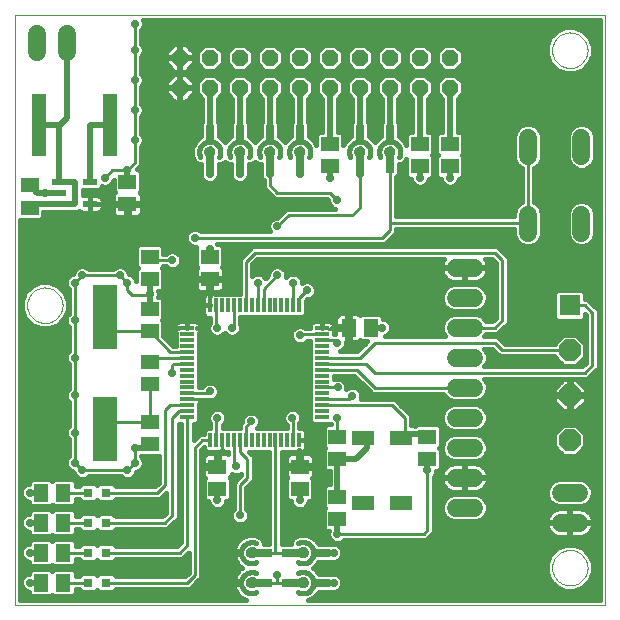
<source format=gtl>
G75*
%MOIN*%
%OFA0B0*%
%FSLAX24Y24*%
%IPPOS*%
%LPD*%
%AMOC8*
5,1,8,0,0,1.08239X$1,22.5*
%
%ADD10C,0.0000*%
%ADD11R,0.0472X0.0118*%
%ADD12R,0.0118X0.0472*%
%ADD13R,0.0591X0.0512*%
%ADD14R,0.0512X0.0591*%
%ADD15C,0.0600*%
%ADD16R,0.0709X0.0709*%
%ADD17OC8,0.0709*%
%ADD18R,0.0787X0.2165*%
%ADD19OC8,0.0560*%
%ADD20C,0.0050*%
%ADD21C,0.0157*%
%ADD22R,0.0276X0.0591*%
%ADD23R,0.0748X0.0512*%
%ADD24R,0.0315X0.0315*%
%ADD25R,0.0591X0.0276*%
%ADD26R,0.0472X0.0217*%
%ADD27R,0.0472X0.2087*%
%ADD28C,0.0100*%
%ADD29C,0.0200*%
%ADD30C,0.0280*%
%ADD31C,0.0160*%
D10*
X000800Y000550D02*
X000800Y020235D01*
X020485Y020235D01*
X020485Y000550D01*
X000800Y000550D01*
X001209Y010550D02*
X001211Y010598D01*
X001217Y010646D01*
X001227Y010693D01*
X001240Y010739D01*
X001258Y010784D01*
X001278Y010828D01*
X001303Y010870D01*
X001331Y010909D01*
X001361Y010946D01*
X001395Y010980D01*
X001432Y011012D01*
X001470Y011041D01*
X001511Y011066D01*
X001554Y011088D01*
X001599Y011106D01*
X001645Y011120D01*
X001692Y011131D01*
X001740Y011138D01*
X001788Y011141D01*
X001836Y011140D01*
X001884Y011135D01*
X001932Y011126D01*
X001978Y011114D01*
X002023Y011097D01*
X002067Y011077D01*
X002109Y011054D01*
X002149Y011027D01*
X002187Y010997D01*
X002222Y010964D01*
X002254Y010928D01*
X002284Y010890D01*
X002310Y010849D01*
X002332Y010806D01*
X002352Y010762D01*
X002367Y010717D01*
X002379Y010670D01*
X002387Y010622D01*
X002391Y010574D01*
X002391Y010526D01*
X002387Y010478D01*
X002379Y010430D01*
X002367Y010383D01*
X002352Y010338D01*
X002332Y010294D01*
X002310Y010251D01*
X002284Y010210D01*
X002254Y010172D01*
X002222Y010136D01*
X002187Y010103D01*
X002149Y010073D01*
X002109Y010046D01*
X002067Y010023D01*
X002023Y010003D01*
X001978Y009986D01*
X001932Y009974D01*
X001884Y009965D01*
X001836Y009960D01*
X001788Y009959D01*
X001740Y009962D01*
X001692Y009969D01*
X001645Y009980D01*
X001599Y009994D01*
X001554Y010012D01*
X001511Y010034D01*
X001470Y010059D01*
X001432Y010088D01*
X001395Y010120D01*
X001361Y010154D01*
X001331Y010191D01*
X001303Y010230D01*
X001278Y010272D01*
X001258Y010316D01*
X001240Y010361D01*
X001227Y010407D01*
X001217Y010454D01*
X001211Y010502D01*
X001209Y010550D01*
X018709Y019050D02*
X018711Y019098D01*
X018717Y019146D01*
X018727Y019193D01*
X018740Y019239D01*
X018758Y019284D01*
X018778Y019328D01*
X018803Y019370D01*
X018831Y019409D01*
X018861Y019446D01*
X018895Y019480D01*
X018932Y019512D01*
X018970Y019541D01*
X019011Y019566D01*
X019054Y019588D01*
X019099Y019606D01*
X019145Y019620D01*
X019192Y019631D01*
X019240Y019638D01*
X019288Y019641D01*
X019336Y019640D01*
X019384Y019635D01*
X019432Y019626D01*
X019478Y019614D01*
X019523Y019597D01*
X019567Y019577D01*
X019609Y019554D01*
X019649Y019527D01*
X019687Y019497D01*
X019722Y019464D01*
X019754Y019428D01*
X019784Y019390D01*
X019810Y019349D01*
X019832Y019306D01*
X019852Y019262D01*
X019867Y019217D01*
X019879Y019170D01*
X019887Y019122D01*
X019891Y019074D01*
X019891Y019026D01*
X019887Y018978D01*
X019879Y018930D01*
X019867Y018883D01*
X019852Y018838D01*
X019832Y018794D01*
X019810Y018751D01*
X019784Y018710D01*
X019754Y018672D01*
X019722Y018636D01*
X019687Y018603D01*
X019649Y018573D01*
X019609Y018546D01*
X019567Y018523D01*
X019523Y018503D01*
X019478Y018486D01*
X019432Y018474D01*
X019384Y018465D01*
X019336Y018460D01*
X019288Y018459D01*
X019240Y018462D01*
X019192Y018469D01*
X019145Y018480D01*
X019099Y018494D01*
X019054Y018512D01*
X019011Y018534D01*
X018970Y018559D01*
X018932Y018588D01*
X018895Y018620D01*
X018861Y018654D01*
X018831Y018691D01*
X018803Y018730D01*
X018778Y018772D01*
X018758Y018816D01*
X018740Y018861D01*
X018727Y018907D01*
X018717Y018954D01*
X018711Y019002D01*
X018709Y019050D01*
X018709Y001800D02*
X018711Y001848D01*
X018717Y001896D01*
X018727Y001943D01*
X018740Y001989D01*
X018758Y002034D01*
X018778Y002078D01*
X018803Y002120D01*
X018831Y002159D01*
X018861Y002196D01*
X018895Y002230D01*
X018932Y002262D01*
X018970Y002291D01*
X019011Y002316D01*
X019054Y002338D01*
X019099Y002356D01*
X019145Y002370D01*
X019192Y002381D01*
X019240Y002388D01*
X019288Y002391D01*
X019336Y002390D01*
X019384Y002385D01*
X019432Y002376D01*
X019478Y002364D01*
X019523Y002347D01*
X019567Y002327D01*
X019609Y002304D01*
X019649Y002277D01*
X019687Y002247D01*
X019722Y002214D01*
X019754Y002178D01*
X019784Y002140D01*
X019810Y002099D01*
X019832Y002056D01*
X019852Y002012D01*
X019867Y001967D01*
X019879Y001920D01*
X019887Y001872D01*
X019891Y001824D01*
X019891Y001776D01*
X019887Y001728D01*
X019879Y001680D01*
X019867Y001633D01*
X019852Y001588D01*
X019832Y001544D01*
X019810Y001501D01*
X019784Y001460D01*
X019754Y001422D01*
X019722Y001386D01*
X019687Y001353D01*
X019649Y001323D01*
X019609Y001296D01*
X019567Y001273D01*
X019523Y001253D01*
X019478Y001236D01*
X019432Y001224D01*
X019384Y001215D01*
X019336Y001210D01*
X019288Y001209D01*
X019240Y001212D01*
X019192Y001219D01*
X019145Y001230D01*
X019099Y001244D01*
X019054Y001262D01*
X019011Y001284D01*
X018970Y001309D01*
X018932Y001338D01*
X018895Y001370D01*
X018861Y001404D01*
X018831Y001441D01*
X018803Y001480D01*
X018778Y001522D01*
X018758Y001566D01*
X018740Y001611D01*
X018727Y001657D01*
X018717Y001704D01*
X018711Y001752D01*
X018709Y001800D01*
D11*
X011044Y006824D03*
X011044Y007020D03*
X011044Y007217D03*
X011044Y007414D03*
X011044Y007611D03*
X011044Y007808D03*
X011044Y008005D03*
X011044Y008202D03*
X011044Y008398D03*
X011044Y008595D03*
X011044Y008792D03*
X011044Y008989D03*
X011044Y009186D03*
X011044Y009383D03*
X011044Y009580D03*
X011044Y009776D03*
X006556Y009776D03*
X006556Y009580D03*
X006556Y009383D03*
X006556Y009186D03*
X006556Y008989D03*
X006556Y008792D03*
X006556Y008595D03*
X006556Y008398D03*
X006556Y008202D03*
X006556Y008005D03*
X006556Y007808D03*
X006556Y007611D03*
X006556Y007414D03*
X006556Y007217D03*
X006556Y007020D03*
X006556Y006824D03*
D12*
X007324Y006056D03*
X007520Y006056D03*
X007717Y006056D03*
X007914Y006056D03*
X008111Y006056D03*
X008308Y006056D03*
X008505Y006056D03*
X008702Y006056D03*
X008898Y006056D03*
X009095Y006056D03*
X009292Y006056D03*
X009489Y006056D03*
X009686Y006056D03*
X009883Y006056D03*
X010080Y006056D03*
X010276Y006056D03*
X010276Y010544D03*
X010080Y010544D03*
X009883Y010544D03*
X009686Y010544D03*
X009489Y010544D03*
X009292Y010544D03*
X009095Y010544D03*
X008898Y010544D03*
X008702Y010544D03*
X008505Y010544D03*
X008308Y010544D03*
X008111Y010544D03*
X007914Y010544D03*
X007717Y010544D03*
X007520Y010544D03*
X007324Y010544D03*
D13*
X007300Y011426D03*
X007300Y012174D03*
X005300Y012174D03*
X005300Y011426D03*
X005300Y010424D03*
X005300Y009676D03*
X005300Y008674D03*
X005300Y007926D03*
X005300Y006674D03*
X005300Y005926D03*
X007550Y005174D03*
X007550Y004426D03*
X010300Y004426D03*
X010300Y005174D03*
X011550Y005426D03*
X011550Y006174D03*
X011550Y004174D03*
X011550Y003426D03*
X014550Y005426D03*
X014550Y006174D03*
X014300Y015176D03*
X014300Y015924D03*
X015300Y015924D03*
X015300Y015176D03*
X011300Y015176D03*
X011300Y015924D03*
X004550Y014674D03*
X004550Y013926D03*
X001300Y013801D03*
X001300Y014549D03*
D14*
X001676Y004300D03*
X002424Y004300D03*
X002424Y003300D03*
X001676Y003300D03*
X001676Y002300D03*
X002424Y002300D03*
X002424Y001300D03*
X001676Y001300D03*
X011926Y009800D03*
X012674Y009800D03*
D15*
X015500Y009800D02*
X016100Y009800D01*
X016100Y008800D02*
X015500Y008800D01*
X015500Y007800D02*
X016100Y007800D01*
X016100Y006800D02*
X015500Y006800D01*
X015500Y005800D02*
X016100Y005800D01*
X016100Y004800D02*
X015500Y004800D01*
X015500Y003800D02*
X016100Y003800D01*
X019000Y003300D02*
X019600Y003300D01*
X019600Y004300D02*
X019000Y004300D01*
X016100Y010800D02*
X015500Y010800D01*
X015500Y011800D02*
X016100Y011800D01*
X017910Y012970D02*
X017910Y013570D01*
X019690Y013570D02*
X019690Y012970D01*
X019690Y015530D02*
X019690Y016130D01*
X017910Y016130D02*
X017910Y015530D01*
X002550Y019000D02*
X002550Y019600D01*
X001550Y019600D02*
X001550Y019000D01*
D16*
X019300Y010550D03*
D17*
X019300Y009050D03*
X019300Y007550D03*
X019300Y006050D03*
D18*
X003800Y006430D03*
X003800Y010170D03*
D19*
X006300Y017800D03*
X006300Y018800D03*
X007300Y018800D03*
X007300Y017800D03*
X008300Y017800D03*
X009300Y017800D03*
X009300Y018800D03*
X008300Y018800D03*
X010300Y018800D03*
X010300Y017800D03*
X011300Y017800D03*
X011300Y018800D03*
X012300Y018800D03*
X012300Y017800D03*
X013300Y017800D03*
X014300Y017800D03*
X014300Y018800D03*
X013300Y018800D03*
X015300Y018800D03*
X015300Y017800D03*
D20*
X013398Y015779D02*
X013423Y015754D01*
X013442Y015725D01*
X013454Y015691D01*
X013457Y015656D01*
X013454Y015621D01*
X013442Y015588D01*
X013423Y015558D01*
X013398Y015533D01*
X013368Y015514D01*
X013335Y015503D01*
X013300Y015499D01*
X013265Y015503D01*
X013232Y015514D01*
X013202Y015533D01*
X013177Y015558D01*
X013158Y015588D01*
X013146Y015621D01*
X013143Y015656D01*
X013146Y015691D01*
X013158Y015725D01*
X013177Y015754D01*
X013202Y015779D01*
X013232Y015798D01*
X013265Y015810D01*
X013300Y015814D01*
X013335Y015810D01*
X013368Y015798D01*
X013398Y015779D01*
X013399Y015779D02*
X013201Y015779D01*
X013162Y015731D02*
X013438Y015731D01*
X013455Y015682D02*
X013145Y015682D01*
X013145Y015634D02*
X013455Y015634D01*
X013440Y015585D02*
X013160Y015585D01*
X013198Y015537D02*
X013402Y015537D01*
X012455Y015634D02*
X012145Y015634D01*
X012146Y015621D02*
X012143Y015656D01*
X012146Y015691D01*
X012158Y015725D01*
X012177Y015754D01*
X012202Y015779D01*
X012232Y015798D01*
X012265Y015810D01*
X012300Y015814D01*
X012335Y015810D01*
X012368Y015798D01*
X012398Y015779D01*
X012423Y015754D01*
X012442Y015725D01*
X012454Y015691D01*
X012457Y015656D01*
X012454Y015621D01*
X012442Y015588D01*
X012423Y015558D01*
X012398Y015533D01*
X012368Y015514D01*
X012335Y015503D01*
X012300Y015499D01*
X012265Y015503D01*
X012232Y015514D01*
X012202Y015533D01*
X012177Y015558D01*
X012158Y015588D01*
X012146Y015621D01*
X012160Y015585D02*
X012440Y015585D01*
X012402Y015537D02*
X012198Y015537D01*
X012145Y015682D02*
X012455Y015682D01*
X012438Y015731D02*
X012162Y015731D01*
X012201Y015779D02*
X012399Y015779D01*
X010457Y015656D02*
X010454Y015621D01*
X010442Y015588D01*
X010423Y015558D01*
X010398Y015533D01*
X010368Y015514D01*
X010335Y015503D01*
X010300Y015499D01*
X010265Y015503D01*
X010232Y015514D01*
X010202Y015533D01*
X010177Y015558D01*
X010158Y015588D01*
X010146Y015621D01*
X010143Y015656D01*
X010146Y015691D01*
X010158Y015725D01*
X010177Y015754D01*
X010202Y015779D01*
X010232Y015798D01*
X010265Y015810D01*
X010300Y015814D01*
X010335Y015810D01*
X010368Y015798D01*
X010398Y015779D01*
X010423Y015754D01*
X010442Y015725D01*
X010454Y015691D01*
X010457Y015656D01*
X010455Y015634D02*
X010145Y015634D01*
X010145Y015682D02*
X010455Y015682D01*
X010438Y015731D02*
X010162Y015731D01*
X010201Y015779D02*
X010399Y015779D01*
X010440Y015585D02*
X010160Y015585D01*
X010198Y015537D02*
X010402Y015537D01*
X009455Y015634D02*
X009145Y015634D01*
X009146Y015621D02*
X009143Y015656D01*
X009146Y015691D01*
X009158Y015725D01*
X009177Y015754D01*
X009202Y015779D01*
X009232Y015798D01*
X009265Y015810D01*
X009300Y015814D01*
X009335Y015810D01*
X009368Y015798D01*
X009398Y015779D01*
X009423Y015754D01*
X009442Y015725D01*
X009454Y015691D01*
X009457Y015656D01*
X009454Y015621D01*
X009442Y015588D01*
X009423Y015558D01*
X009398Y015533D01*
X009368Y015514D01*
X009335Y015503D01*
X009300Y015499D01*
X009265Y015503D01*
X009232Y015514D01*
X009202Y015533D01*
X009177Y015558D01*
X009158Y015588D01*
X009146Y015621D01*
X009160Y015585D02*
X009440Y015585D01*
X009402Y015537D02*
X009198Y015537D01*
X009145Y015682D02*
X009455Y015682D01*
X009438Y015731D02*
X009162Y015731D01*
X009201Y015779D02*
X009399Y015779D01*
X008455Y015682D02*
X008145Y015682D01*
X008146Y015691D02*
X008158Y015725D01*
X008177Y015754D01*
X008202Y015779D01*
X008232Y015798D01*
X008265Y015810D01*
X008300Y015814D01*
X008335Y015810D01*
X008368Y015798D01*
X008398Y015779D01*
X008423Y015754D01*
X008442Y015725D01*
X008454Y015691D01*
X008457Y015656D01*
X008454Y015621D01*
X008442Y015588D01*
X008423Y015558D01*
X008398Y015533D01*
X008368Y015514D01*
X008335Y015503D01*
X008300Y015499D01*
X008265Y015503D01*
X008232Y015514D01*
X008202Y015533D01*
X008177Y015558D01*
X008158Y015588D01*
X008146Y015621D01*
X008143Y015656D01*
X008146Y015691D01*
X008162Y015731D02*
X008438Y015731D01*
X008399Y015779D02*
X008201Y015779D01*
X008145Y015634D02*
X008455Y015634D01*
X008440Y015585D02*
X008160Y015585D01*
X008198Y015537D02*
X008402Y015537D01*
X007455Y015634D02*
X007145Y015634D01*
X007146Y015621D02*
X007143Y015656D01*
X007146Y015691D01*
X007158Y015725D01*
X007177Y015754D01*
X007202Y015779D01*
X007232Y015798D01*
X007265Y015810D01*
X007300Y015814D01*
X007335Y015810D01*
X007368Y015798D01*
X007398Y015779D01*
X007423Y015754D01*
X007442Y015725D01*
X007454Y015691D01*
X007457Y015656D01*
X007454Y015621D01*
X007442Y015588D01*
X007423Y015558D01*
X007398Y015533D01*
X007368Y015514D01*
X007335Y015503D01*
X007300Y015499D01*
X007265Y015503D01*
X007232Y015514D01*
X007202Y015533D01*
X007177Y015558D01*
X007158Y015588D01*
X007146Y015621D01*
X007160Y015585D02*
X007440Y015585D01*
X007402Y015537D02*
X007198Y015537D01*
X007145Y015682D02*
X007455Y015682D01*
X007438Y015731D02*
X007162Y015731D01*
X007201Y015779D02*
X007399Y015779D01*
X008694Y002457D02*
X008729Y002454D01*
X008762Y002442D01*
X008792Y002423D01*
X008817Y002398D01*
X008836Y002368D01*
X008847Y002335D01*
X008851Y002300D01*
X008847Y002265D01*
X008836Y002232D01*
X008817Y002202D01*
X008792Y002177D01*
X008762Y002158D01*
X008729Y002146D01*
X008694Y002143D01*
X008659Y002146D01*
X008625Y002158D01*
X008596Y002177D01*
X008571Y002202D01*
X008552Y002232D01*
X008540Y002265D01*
X008536Y002300D01*
X008540Y002335D01*
X008552Y002368D01*
X008571Y002398D01*
X008596Y002423D01*
X008625Y002442D01*
X008659Y002454D01*
X008694Y002457D01*
X008625Y002442D02*
X008763Y002442D01*
X008820Y002393D02*
X008567Y002393D01*
X008543Y002345D02*
X008844Y002345D01*
X008851Y002296D02*
X008537Y002296D01*
X008546Y002248D02*
X008841Y002248D01*
X008814Y002199D02*
X008573Y002199D01*
X008647Y002151D02*
X008740Y002151D01*
X008694Y001457D02*
X008729Y001454D01*
X008762Y001442D01*
X008792Y001423D01*
X008595Y001423D01*
X008596Y001423D02*
X008625Y001442D01*
X008659Y001454D01*
X008694Y001457D01*
X008792Y001423D02*
X008817Y001398D01*
X008836Y001368D01*
X008847Y001335D01*
X008851Y001300D01*
X008847Y001265D01*
X008836Y001232D01*
X008817Y001202D01*
X008792Y001177D01*
X008762Y001158D01*
X008729Y001146D01*
X008694Y001143D01*
X008659Y001146D01*
X008625Y001158D01*
X008596Y001177D01*
X008571Y001202D01*
X008552Y001232D01*
X008540Y001265D01*
X008536Y001300D01*
X008540Y001335D01*
X008552Y001368D01*
X008571Y001398D01*
X008596Y001423D01*
X008556Y001375D02*
X008832Y001375D01*
X008848Y001326D02*
X008539Y001326D01*
X008539Y001278D02*
X008849Y001278D01*
X008834Y001229D02*
X008553Y001229D01*
X008592Y001181D02*
X008796Y001181D01*
X010249Y001300D02*
X010253Y001265D01*
X010264Y001232D01*
X010283Y001202D01*
X010308Y001177D01*
X010338Y001158D01*
X010371Y001146D01*
X010406Y001143D01*
X010441Y001146D01*
X010475Y001158D01*
X010504Y001177D01*
X010529Y001202D01*
X010548Y001232D01*
X010560Y001265D01*
X010564Y001300D01*
X010560Y001335D01*
X010548Y001368D01*
X010529Y001398D01*
X010504Y001423D01*
X010475Y001442D01*
X010441Y001454D01*
X010406Y001457D01*
X010371Y001454D01*
X010338Y001442D01*
X010308Y001423D01*
X010505Y001423D01*
X010544Y001375D02*
X010268Y001375D01*
X010264Y001368D02*
X010283Y001398D01*
X010308Y001423D01*
X010264Y001368D02*
X010253Y001335D01*
X010249Y001300D01*
X010251Y001278D02*
X010561Y001278D01*
X010561Y001326D02*
X010252Y001326D01*
X010266Y001229D02*
X010547Y001229D01*
X010508Y001181D02*
X010304Y001181D01*
X010406Y002143D02*
X010371Y002146D01*
X010338Y002158D01*
X010308Y002177D01*
X010283Y002202D01*
X010264Y002232D01*
X010253Y002265D01*
X010249Y002300D01*
X010253Y002335D01*
X010264Y002368D01*
X010283Y002398D01*
X010308Y002423D01*
X010338Y002442D01*
X010371Y002454D01*
X010406Y002457D01*
X010441Y002454D01*
X010475Y002442D01*
X010504Y002423D01*
X010529Y002398D01*
X010548Y002368D01*
X010560Y002335D01*
X010564Y002300D01*
X010560Y002265D01*
X010548Y002232D01*
X010529Y002202D01*
X010504Y002177D01*
X010475Y002158D01*
X010441Y002146D01*
X010406Y002143D01*
X010360Y002151D02*
X010453Y002151D01*
X010527Y002199D02*
X010286Y002199D01*
X010259Y002248D02*
X010554Y002248D01*
X010563Y002296D02*
X010249Y002296D01*
X010256Y002345D02*
X010557Y002345D01*
X010533Y002393D02*
X010280Y002393D01*
X010337Y002442D02*
X010475Y002442D01*
D21*
X010249Y002615D02*
X010282Y002630D01*
X010317Y002641D01*
X010353Y002648D01*
X010390Y002652D01*
X010426Y002651D01*
X010463Y002647D01*
X010499Y002640D01*
X010534Y002628D01*
X010567Y002613D01*
X010599Y002595D01*
X010628Y002573D01*
X010656Y002548D01*
X010680Y002521D01*
X010702Y002491D01*
X010720Y002459D01*
X010735Y002426D01*
X010746Y002391D01*
X010754Y002355D01*
X010758Y002318D01*
X010758Y002282D01*
X010754Y002245D01*
X010746Y002209D01*
X010735Y002174D01*
X010720Y002141D01*
X010702Y002109D01*
X010680Y002079D01*
X010656Y002052D01*
X010628Y002027D01*
X010599Y002005D01*
X010567Y001987D01*
X010534Y001972D01*
X010499Y001960D01*
X010463Y001953D01*
X010426Y001949D01*
X010390Y001948D01*
X010353Y001952D01*
X010317Y001959D01*
X010282Y001970D01*
X010249Y001985D01*
X010249Y001615D02*
X010282Y001630D01*
X010317Y001641D01*
X010353Y001648D01*
X010390Y001652D01*
X010426Y001651D01*
X010463Y001647D01*
X010499Y001640D01*
X010534Y001628D01*
X010567Y001613D01*
X010599Y001595D01*
X010628Y001573D01*
X010656Y001548D01*
X010680Y001521D01*
X010702Y001491D01*
X010720Y001459D01*
X010735Y001426D01*
X010746Y001391D01*
X010754Y001355D01*
X010758Y001318D01*
X010758Y001282D01*
X010754Y001245D01*
X010746Y001209D01*
X010735Y001174D01*
X010720Y001141D01*
X010702Y001109D01*
X010680Y001079D01*
X010656Y001052D01*
X010628Y001027D01*
X010599Y001005D01*
X010567Y000987D01*
X010534Y000972D01*
X010499Y000960D01*
X010463Y000953D01*
X010426Y000949D01*
X010390Y000948D01*
X010353Y000952D01*
X010317Y000959D01*
X010282Y000970D01*
X010249Y000985D01*
X008851Y000985D02*
X008818Y000970D01*
X008783Y000959D01*
X008747Y000952D01*
X008710Y000948D01*
X008674Y000949D01*
X008637Y000953D01*
X008601Y000960D01*
X008566Y000972D01*
X008533Y000987D01*
X008501Y001005D01*
X008472Y001027D01*
X008444Y001052D01*
X008420Y001079D01*
X008398Y001109D01*
X008380Y001141D01*
X008365Y001174D01*
X008354Y001209D01*
X008346Y001245D01*
X008342Y001282D01*
X008342Y001318D01*
X008346Y001355D01*
X008354Y001391D01*
X008365Y001426D01*
X008380Y001459D01*
X008398Y001491D01*
X008420Y001521D01*
X008444Y001548D01*
X008472Y001573D01*
X008501Y001595D01*
X008533Y001613D01*
X008566Y001628D01*
X008601Y001640D01*
X008637Y001647D01*
X008674Y001651D01*
X008710Y001652D01*
X008747Y001648D01*
X008783Y001641D01*
X008818Y001630D01*
X008851Y001615D01*
X008851Y001985D02*
X008818Y001970D01*
X008783Y001959D01*
X008747Y001952D01*
X008710Y001948D01*
X008674Y001949D01*
X008637Y001953D01*
X008601Y001960D01*
X008566Y001972D01*
X008533Y001987D01*
X008501Y002005D01*
X008472Y002027D01*
X008444Y002052D01*
X008420Y002079D01*
X008398Y002109D01*
X008380Y002141D01*
X008365Y002174D01*
X008354Y002209D01*
X008346Y002245D01*
X008342Y002282D01*
X008342Y002318D01*
X008346Y002355D01*
X008354Y002391D01*
X008365Y002426D01*
X008380Y002459D01*
X008398Y002491D01*
X008420Y002521D01*
X008444Y002548D01*
X008472Y002573D01*
X008501Y002595D01*
X008533Y002613D01*
X008566Y002628D01*
X008601Y002640D01*
X008637Y002647D01*
X008674Y002651D01*
X008710Y002652D01*
X008747Y002648D01*
X008783Y002641D01*
X008818Y002630D01*
X008851Y002615D01*
X008985Y015499D02*
X008970Y015532D01*
X008959Y015567D01*
X008952Y015603D01*
X008948Y015640D01*
X008949Y015676D01*
X008953Y015713D01*
X008960Y015749D01*
X008972Y015784D01*
X008987Y015817D01*
X009005Y015849D01*
X009027Y015878D01*
X009052Y015906D01*
X009079Y015930D01*
X009109Y015952D01*
X009141Y015970D01*
X009174Y015985D01*
X009209Y015996D01*
X009245Y016004D01*
X009282Y016008D01*
X009318Y016008D01*
X009355Y016004D01*
X009391Y015996D01*
X009426Y015985D01*
X009459Y015970D01*
X009491Y015952D01*
X009521Y015930D01*
X009548Y015906D01*
X009573Y015878D01*
X009595Y015849D01*
X009613Y015817D01*
X009628Y015784D01*
X009640Y015749D01*
X009647Y015713D01*
X009651Y015676D01*
X009652Y015640D01*
X009648Y015603D01*
X009641Y015567D01*
X009630Y015532D01*
X009615Y015499D01*
X009985Y015499D02*
X009970Y015532D01*
X009959Y015567D01*
X009952Y015603D01*
X009948Y015640D01*
X009949Y015676D01*
X009953Y015713D01*
X009960Y015749D01*
X009972Y015784D01*
X009987Y015817D01*
X010005Y015849D01*
X010027Y015878D01*
X010052Y015906D01*
X010079Y015930D01*
X010109Y015952D01*
X010141Y015970D01*
X010174Y015985D01*
X010209Y015996D01*
X010245Y016004D01*
X010282Y016008D01*
X010318Y016008D01*
X010355Y016004D01*
X010391Y015996D01*
X010426Y015985D01*
X010459Y015970D01*
X010491Y015952D01*
X010521Y015930D01*
X010548Y015906D01*
X010573Y015878D01*
X010595Y015849D01*
X010613Y015817D01*
X010628Y015784D01*
X010640Y015749D01*
X010647Y015713D01*
X010651Y015676D01*
X010652Y015640D01*
X010648Y015603D01*
X010641Y015567D01*
X010630Y015532D01*
X010615Y015499D01*
X011985Y015499D02*
X011970Y015532D01*
X011959Y015567D01*
X011952Y015603D01*
X011948Y015640D01*
X011949Y015676D01*
X011953Y015713D01*
X011960Y015749D01*
X011972Y015784D01*
X011987Y015817D01*
X012005Y015849D01*
X012027Y015878D01*
X012052Y015906D01*
X012079Y015930D01*
X012109Y015952D01*
X012141Y015970D01*
X012174Y015985D01*
X012209Y015996D01*
X012245Y016004D01*
X012282Y016008D01*
X012318Y016008D01*
X012355Y016004D01*
X012391Y015996D01*
X012426Y015985D01*
X012459Y015970D01*
X012491Y015952D01*
X012521Y015930D01*
X012548Y015906D01*
X012573Y015878D01*
X012595Y015849D01*
X012613Y015817D01*
X012628Y015784D01*
X012640Y015749D01*
X012647Y015713D01*
X012651Y015676D01*
X012652Y015640D01*
X012648Y015603D01*
X012641Y015567D01*
X012630Y015532D01*
X012615Y015499D01*
X012985Y015499D02*
X012970Y015532D01*
X012959Y015567D01*
X012952Y015603D01*
X012948Y015640D01*
X012949Y015676D01*
X012953Y015713D01*
X012960Y015749D01*
X012972Y015784D01*
X012987Y015817D01*
X013005Y015849D01*
X013027Y015878D01*
X013052Y015906D01*
X013079Y015930D01*
X013109Y015952D01*
X013141Y015970D01*
X013174Y015985D01*
X013209Y015996D01*
X013245Y016004D01*
X013282Y016008D01*
X013318Y016008D01*
X013355Y016004D01*
X013391Y015996D01*
X013426Y015985D01*
X013459Y015970D01*
X013491Y015952D01*
X013521Y015930D01*
X013548Y015906D01*
X013573Y015878D01*
X013595Y015849D01*
X013613Y015817D01*
X013628Y015784D01*
X013640Y015749D01*
X013647Y015713D01*
X013651Y015676D01*
X013652Y015640D01*
X013648Y015603D01*
X013641Y015567D01*
X013630Y015532D01*
X013615Y015499D01*
X008615Y015499D02*
X008630Y015532D01*
X008641Y015567D01*
X008648Y015603D01*
X008652Y015640D01*
X008651Y015676D01*
X008647Y015713D01*
X008640Y015749D01*
X008628Y015784D01*
X008613Y015817D01*
X008595Y015849D01*
X008573Y015878D01*
X008548Y015906D01*
X008521Y015930D01*
X008491Y015952D01*
X008459Y015970D01*
X008426Y015985D01*
X008391Y015996D01*
X008355Y016004D01*
X008318Y016008D01*
X008282Y016008D01*
X008245Y016004D01*
X008209Y015996D01*
X008174Y015985D01*
X008141Y015970D01*
X008109Y015952D01*
X008079Y015930D01*
X008052Y015906D01*
X008027Y015878D01*
X008005Y015849D01*
X007987Y015817D01*
X007972Y015784D01*
X007960Y015749D01*
X007953Y015713D01*
X007949Y015676D01*
X007948Y015640D01*
X007952Y015603D01*
X007959Y015567D01*
X007970Y015532D01*
X007985Y015499D01*
X007615Y015499D02*
X007630Y015532D01*
X007641Y015567D01*
X007648Y015603D01*
X007652Y015640D01*
X007651Y015676D01*
X007647Y015713D01*
X007640Y015749D01*
X007628Y015784D01*
X007613Y015817D01*
X007595Y015849D01*
X007573Y015878D01*
X007548Y015906D01*
X007521Y015930D01*
X007491Y015952D01*
X007459Y015970D01*
X007426Y015985D01*
X007391Y015996D01*
X007355Y016004D01*
X007318Y016008D01*
X007282Y016008D01*
X007245Y016004D01*
X007209Y015996D01*
X007174Y015985D01*
X007141Y015970D01*
X007109Y015952D01*
X007079Y015930D01*
X007052Y015906D01*
X007027Y015878D01*
X007005Y015849D01*
X006987Y015817D01*
X006972Y015784D01*
X006960Y015749D01*
X006953Y015713D01*
X006949Y015676D01*
X006948Y015640D01*
X006952Y015603D01*
X006959Y015567D01*
X006970Y015532D01*
X006985Y015499D01*
D22*
X007300Y015263D03*
X007300Y016247D03*
X008300Y016247D03*
X009300Y016247D03*
X009300Y015263D03*
X008300Y015263D03*
X010300Y015263D03*
X010300Y016247D03*
X012300Y016247D03*
X012300Y015263D03*
X013300Y015263D03*
X013300Y016247D03*
D23*
X013680Y006133D03*
X012420Y006133D03*
X012420Y003967D03*
X013680Y003967D03*
D24*
X003845Y004300D03*
X003255Y004300D03*
X003255Y003300D03*
X003845Y003300D03*
X003845Y002300D03*
X003255Y002300D03*
X003255Y001300D03*
X003845Y001300D03*
D25*
X008103Y001300D03*
X009087Y001300D03*
X010013Y001300D03*
X010997Y001300D03*
X010997Y002300D03*
X010013Y002300D03*
X009087Y002300D03*
X008103Y002300D03*
D26*
X003312Y013926D03*
X003312Y014674D03*
X002288Y014674D03*
X002288Y014300D03*
X002288Y013926D03*
D27*
X001619Y016550D03*
X003981Y016550D03*
D28*
X004800Y016050D02*
X004800Y015300D01*
X004550Y015050D01*
X004050Y015050D01*
X003800Y014800D01*
X004800Y016050D02*
X004800Y017050D01*
X004800Y018050D01*
X004800Y019050D01*
X004800Y019925D01*
X007300Y015263D02*
X007300Y014925D01*
X008300Y014925D02*
X008300Y015263D01*
X009300Y015263D02*
X009300Y014925D01*
X009300Y014550D01*
X009550Y014300D01*
X011300Y014300D01*
X011550Y014050D01*
X012050Y013550D02*
X009925Y013550D01*
X009550Y013175D01*
X008800Y012300D02*
X016800Y012300D01*
X017050Y012050D01*
X017050Y010050D01*
X016800Y009800D01*
X015800Y009800D01*
X016800Y009300D02*
X017050Y009050D01*
X019300Y009050D01*
X020050Y008550D02*
X020050Y010300D01*
X019800Y010550D01*
X019300Y010550D01*
X020050Y008550D02*
X019800Y008300D01*
X012800Y008300D01*
X012505Y008595D01*
X011044Y008595D01*
X011044Y008398D02*
X012202Y008398D01*
X012800Y007800D01*
X015800Y007800D01*
X016800Y009300D02*
X012800Y009300D01*
X012300Y008800D01*
X011052Y008800D01*
X011044Y008792D01*
X011044Y009383D02*
X011467Y009383D01*
X011550Y009300D01*
X011331Y009769D02*
X011238Y009769D01*
X011230Y009776D01*
X011044Y009776D01*
X011044Y009580D02*
X010330Y009580D01*
X010300Y009550D01*
X010276Y010544D02*
X010276Y010776D01*
X010550Y011050D01*
X010080Y011300D02*
X010080Y010544D01*
X009095Y010544D02*
X009095Y011095D01*
X009550Y011550D01*
X008898Y011300D02*
X008898Y010544D01*
X008505Y010544D02*
X008505Y012005D01*
X008800Y012300D01*
X008111Y010544D02*
X008111Y009861D01*
X008050Y009800D01*
X007550Y009800D02*
X007520Y009830D01*
X007520Y010544D01*
X006050Y012050D02*
X005424Y012050D01*
X005300Y012174D01*
X004550Y011300D02*
X004300Y011550D01*
X003050Y011550D01*
X002800Y011300D01*
X002800Y010050D01*
X002800Y008800D01*
X002800Y007550D01*
X002800Y006300D01*
X002800Y005300D01*
X003050Y005050D01*
X004550Y005050D01*
X004800Y005300D01*
X004800Y005800D01*
X005300Y005800D02*
X005300Y005926D01*
X005300Y006674D02*
X005300Y007926D01*
X005967Y007217D02*
X005800Y007050D01*
X005800Y004550D01*
X005550Y004300D01*
X003845Y004300D01*
X003255Y004300D02*
X002424Y004300D01*
X002424Y003300D02*
X003255Y003300D01*
X003845Y003300D02*
X005800Y003300D01*
X006050Y003550D01*
X006050Y006800D01*
X006270Y007020D01*
X006556Y007020D01*
X006556Y006824D02*
X006556Y002556D01*
X006300Y002300D01*
X003845Y002300D01*
X003255Y002300D02*
X002424Y002300D01*
X002424Y001300D02*
X003255Y001300D01*
X003845Y001300D02*
X006550Y001300D01*
X006800Y001550D01*
X006800Y005800D01*
X007056Y006056D01*
X007324Y006056D01*
X007520Y006056D02*
X007520Y006770D01*
X007550Y006800D01*
X007050Y007300D02*
X006936Y007414D01*
X006556Y007414D01*
X006556Y007217D02*
X005967Y007217D01*
X006556Y007611D02*
X007236Y007611D01*
X007300Y007675D01*
X006556Y008595D02*
X006095Y008595D01*
X006050Y008550D01*
X006050Y008300D01*
X006556Y008792D02*
X005418Y008792D01*
X005300Y008674D01*
X005987Y008989D02*
X005300Y009676D01*
X003928Y009676D01*
X003804Y009800D01*
X003804Y009426D01*
X003804Y009800D02*
X003804Y010174D01*
X003800Y010170D01*
X004550Y011050D02*
X004550Y011300D01*
X004550Y011050D02*
X004706Y010894D01*
X005269Y010894D01*
X005300Y010424D02*
X005300Y010300D01*
X005987Y008989D02*
X006556Y008989D01*
X005300Y006674D02*
X003800Y006674D01*
X003800Y006430D01*
X003804Y006426D01*
X007550Y005550D02*
X007550Y005174D01*
X007550Y005550D02*
X007717Y005717D01*
X007717Y006056D01*
X008111Y006056D02*
X008111Y005239D01*
X008175Y005175D01*
X008550Y005425D02*
X008308Y005667D01*
X008308Y006056D01*
X008505Y006056D02*
X008505Y006505D01*
X008675Y006675D01*
X009489Y006056D02*
X009489Y002300D01*
X010013Y002300D01*
X009489Y002300D02*
X009087Y002300D01*
X009550Y001550D02*
X009550Y001300D01*
X009087Y001300D01*
X009550Y001300D02*
X010013Y001300D01*
X011550Y002925D02*
X014425Y002925D01*
X014550Y003050D01*
X014550Y005050D01*
X013680Y006133D02*
X013800Y006253D01*
X013800Y006800D01*
X013383Y007217D01*
X011044Y007217D01*
X011044Y007414D02*
X011925Y007414D01*
X012050Y007539D01*
X011558Y007808D02*
X011044Y007808D01*
X011550Y006800D02*
X011550Y006174D01*
X010080Y006056D02*
X010080Y006770D01*
X010050Y006800D01*
X008550Y005425D02*
X008550Y004800D01*
X008308Y004558D01*
X008308Y003542D01*
X006800Y012800D02*
X013050Y012800D01*
X013300Y013050D01*
X013300Y013300D01*
X017880Y013300D01*
X017910Y013270D01*
X017910Y015830D01*
X013300Y015263D02*
X013300Y013300D01*
X012300Y013800D02*
X012050Y013550D01*
X012300Y013800D02*
X012300Y014925D01*
X012300Y015263D01*
X010300Y015263D02*
X010300Y014925D01*
D29*
X011300Y014800D02*
X011300Y015176D01*
X011300Y015924D02*
X011300Y017800D01*
X010300Y017800D02*
X010300Y016247D01*
X009300Y016247D02*
X009300Y017800D01*
X008300Y017800D02*
X008300Y016247D01*
X007300Y016247D02*
X007300Y017800D01*
X004550Y015050D02*
X004550Y014674D01*
X003312Y014674D02*
X003312Y016550D01*
X003981Y016550D01*
X002550Y016800D02*
X002300Y016550D01*
X002288Y016550D01*
X002288Y014674D01*
X002800Y014674D01*
X002800Y013926D01*
X002288Y013926D01*
X001425Y013926D01*
X001405Y013924D01*
X001386Y013920D01*
X001368Y013912D01*
X001352Y013902D01*
X001337Y013889D01*
X001324Y013874D01*
X001314Y013858D01*
X001306Y013840D01*
X001302Y013821D01*
X001300Y013801D01*
X001549Y014300D02*
X001800Y014300D01*
X002288Y014300D01*
X001549Y014300D02*
X001300Y014549D01*
X001619Y016550D02*
X002288Y016550D01*
X002550Y016800D02*
X002550Y019300D01*
X007300Y012425D02*
X007300Y012174D01*
X005300Y011426D02*
X005300Y010925D01*
X005300Y010300D01*
X005300Y005800D02*
X004800Y005800D01*
X007550Y004426D02*
X007550Y004050D01*
X010300Y004050D02*
X010300Y004426D01*
X011550Y004174D02*
X011550Y005426D01*
X012176Y005426D01*
X012550Y005800D01*
X012550Y006003D01*
X012420Y006133D01*
X013800Y006253D02*
X014471Y006253D01*
X014550Y006174D01*
X014550Y005426D02*
X014550Y005050D01*
X011550Y003426D02*
X011550Y002925D01*
X011425Y002300D02*
X010997Y002300D01*
X010997Y001300D02*
X011425Y001300D01*
X012674Y009800D02*
X013050Y009800D01*
X014300Y014800D02*
X014300Y015176D01*
X014300Y015924D02*
X014300Y017800D01*
X013300Y017800D02*
X013300Y016247D01*
X012300Y016247D02*
X012300Y017800D01*
X015300Y017800D02*
X015300Y015924D01*
X015300Y015176D02*
X015300Y014800D01*
X001676Y004300D02*
X001300Y004300D01*
X001300Y003300D02*
X001676Y003300D01*
X001676Y002300D02*
X001300Y002300D01*
X001300Y001300D02*
X001676Y001300D01*
D30*
X001300Y001300D03*
X001300Y002300D03*
X001300Y003300D03*
X001300Y004300D03*
X002800Y005300D03*
X003050Y005050D03*
X002800Y006300D03*
X002800Y007550D03*
X002800Y008800D03*
X002800Y010050D03*
X002800Y011300D03*
X003050Y011550D03*
X004300Y011550D03*
X004550Y011300D03*
X005300Y010925D03*
X006050Y012050D03*
X006800Y012800D03*
X007300Y012425D03*
X008898Y011300D03*
X009550Y011550D03*
X010080Y011300D03*
X010550Y011050D03*
X010300Y009550D03*
X011550Y009300D03*
X011558Y007808D03*
X012050Y007539D03*
X011550Y006800D03*
X010050Y006800D03*
X008675Y006675D03*
X007550Y006800D03*
X007300Y007675D03*
X006050Y008300D03*
X007550Y009800D03*
X008050Y009800D03*
X009550Y013175D03*
X009300Y014925D03*
X008300Y014925D03*
X007300Y014925D03*
X004800Y016050D03*
X004800Y017050D03*
X004800Y018050D03*
X004800Y019050D03*
X004800Y019925D03*
X004550Y015050D03*
X003800Y014800D03*
X001800Y014300D03*
X010300Y014925D03*
X011300Y014800D03*
X011550Y014050D03*
X012300Y014925D03*
X014300Y014800D03*
X015300Y014800D03*
X013050Y009800D03*
X014550Y005050D03*
X011550Y002925D03*
X011425Y002300D03*
X011425Y001300D03*
X009550Y001550D03*
X008308Y003542D03*
X007550Y004050D03*
X008175Y005175D03*
X010300Y004050D03*
X004800Y005300D03*
X004550Y005050D03*
X004800Y005800D03*
D31*
X005011Y005511D02*
X005591Y005511D01*
X005591Y004636D01*
X005464Y004509D01*
X004161Y004509D01*
X004161Y004523D01*
X004069Y004616D01*
X003622Y004616D01*
X003550Y004544D01*
X003478Y004616D01*
X003031Y004616D01*
X002939Y004523D01*
X002939Y004509D01*
X002839Y004509D01*
X002839Y004661D01*
X002746Y004754D01*
X002102Y004754D01*
X002050Y004702D01*
X001998Y004754D01*
X001354Y004754D01*
X001261Y004661D01*
X001261Y004599D01*
X001241Y004599D01*
X001131Y004553D01*
X001047Y004469D01*
X001001Y004359D01*
X001001Y004241D01*
X001047Y004131D01*
X001131Y004047D01*
X001241Y004001D01*
X001261Y004001D01*
X001261Y003939D01*
X001354Y003846D01*
X001998Y003846D01*
X002050Y003898D01*
X002102Y003846D01*
X002746Y003846D01*
X002839Y003939D01*
X002839Y004091D01*
X002939Y004091D01*
X002939Y004077D01*
X003031Y003984D01*
X003478Y003984D01*
X003550Y004056D01*
X003622Y003984D01*
X004069Y003984D01*
X004161Y004077D01*
X004161Y004091D01*
X005636Y004091D01*
X005759Y004214D01*
X005841Y004296D01*
X005841Y003636D01*
X005714Y003509D01*
X004161Y003509D01*
X004161Y003523D01*
X004069Y003616D01*
X003622Y003616D01*
X003550Y003544D01*
X003478Y003616D01*
X003031Y003616D01*
X002939Y003523D01*
X002939Y003509D01*
X002839Y003509D01*
X002839Y003661D01*
X002746Y003754D01*
X002102Y003754D01*
X002050Y003702D01*
X001998Y003754D01*
X001354Y003754D01*
X001261Y003661D01*
X001261Y003599D01*
X001241Y003599D01*
X001131Y003553D01*
X001047Y003469D01*
X001001Y003359D01*
X001001Y003241D01*
X001047Y003131D01*
X001131Y003047D01*
X001241Y003001D01*
X001261Y003001D01*
X001261Y002939D01*
X001354Y002846D01*
X001998Y002846D01*
X002050Y002898D01*
X002102Y002846D01*
X002746Y002846D01*
X002839Y002939D01*
X002839Y003091D01*
X002939Y003091D01*
X002939Y003077D01*
X003031Y002984D01*
X003478Y002984D01*
X003550Y003056D01*
X003622Y002984D01*
X004069Y002984D01*
X004161Y003077D01*
X004161Y003091D01*
X005886Y003091D01*
X006009Y003214D01*
X006259Y003464D01*
X006259Y006606D01*
X006347Y006606D01*
X006347Y002642D01*
X006214Y002509D01*
X004161Y002509D01*
X004161Y002523D01*
X004069Y002616D01*
X003622Y002616D01*
X003550Y002544D01*
X003478Y002616D01*
X003031Y002616D01*
X002939Y002523D01*
X002939Y002509D01*
X002839Y002509D01*
X002839Y002661D01*
X002746Y002754D01*
X002102Y002754D01*
X002050Y002702D01*
X001998Y002754D01*
X001354Y002754D01*
X001261Y002661D01*
X001261Y002599D01*
X001241Y002599D01*
X001131Y002553D01*
X001047Y002469D01*
X001001Y002359D01*
X001001Y002241D01*
X001047Y002131D01*
X001131Y002047D01*
X001241Y002001D01*
X001261Y002001D01*
X001261Y001939D01*
X001354Y001846D01*
X001998Y001846D01*
X002050Y001898D01*
X002102Y001846D01*
X002746Y001846D01*
X002839Y001939D01*
X002839Y002091D01*
X002939Y002091D01*
X002939Y002077D01*
X003031Y001984D01*
X003478Y001984D01*
X003550Y002056D01*
X003622Y001984D01*
X004069Y001984D01*
X004161Y002077D01*
X004161Y002091D01*
X006386Y002091D01*
X006509Y002214D01*
X006591Y002296D01*
X006591Y001636D01*
X006464Y001509D01*
X004161Y001509D01*
X004161Y001523D01*
X004069Y001616D01*
X003622Y001616D01*
X003550Y001544D01*
X003478Y001616D01*
X003031Y001616D01*
X002939Y001523D01*
X002939Y001509D01*
X002839Y001509D01*
X002839Y001661D01*
X002746Y001754D01*
X002102Y001754D01*
X002050Y001702D01*
X001998Y001754D01*
X001354Y001754D01*
X001261Y001661D01*
X001261Y001599D01*
X001241Y001599D01*
X001131Y001553D01*
X001047Y001469D01*
X001001Y001359D01*
X001001Y001241D01*
X001047Y001131D01*
X001131Y001047D01*
X001241Y001001D01*
X001261Y001001D01*
X001261Y000939D01*
X001354Y000846D01*
X001998Y000846D01*
X002050Y000898D01*
X002102Y000846D01*
X002746Y000846D01*
X002839Y000939D01*
X002839Y001091D01*
X002939Y001091D01*
X002939Y001077D01*
X003031Y000984D01*
X003478Y000984D01*
X003550Y001056D01*
X003622Y000984D01*
X004069Y000984D01*
X004161Y001077D01*
X004161Y001091D01*
X006636Y001091D01*
X006759Y001214D01*
X006886Y001341D01*
X006886Y001341D01*
X007009Y001464D01*
X007009Y005714D01*
X007106Y005811D01*
X007106Y005754D01*
X007199Y005661D01*
X007573Y005661D01*
X007589Y005652D01*
X007635Y005640D01*
X007717Y005640D01*
X007717Y005733D01*
X007717Y005733D01*
X007717Y005733D01*
X007717Y005640D01*
X007800Y005640D01*
X007846Y005652D01*
X007861Y005661D01*
X007902Y005661D01*
X007902Y005601D01*
X007869Y005610D01*
X007598Y005610D01*
X007598Y005222D01*
X007502Y005222D01*
X007502Y005126D01*
X007075Y005126D01*
X007075Y004894D01*
X007087Y004849D01*
X007111Y004808D01*
X007133Y004785D01*
X007096Y004748D01*
X007096Y004104D01*
X007189Y004011D01*
X007251Y004011D01*
X007251Y003991D01*
X007297Y003881D01*
X007381Y003797D01*
X007491Y003751D01*
X007609Y003751D01*
X007719Y003797D01*
X007803Y003881D01*
X007849Y003991D01*
X007849Y004011D01*
X007911Y004011D01*
X008004Y004104D01*
X008004Y004748D01*
X007967Y004785D01*
X007989Y004808D01*
X008013Y004849D01*
X008025Y004894D01*
X008025Y004914D01*
X008116Y004876D01*
X008234Y004876D01*
X008341Y004921D01*
X008341Y004886D01*
X008221Y004767D01*
X008099Y004644D01*
X008099Y003756D01*
X008055Y003711D01*
X008009Y003602D01*
X008009Y003483D01*
X008055Y003373D01*
X008139Y003289D01*
X008248Y003243D01*
X008367Y003243D01*
X008477Y003289D01*
X008561Y003373D01*
X008607Y003483D01*
X008607Y003602D01*
X008561Y003711D01*
X008517Y003756D01*
X008517Y004471D01*
X008759Y004714D01*
X008759Y005511D01*
X008636Y005634D01*
X008609Y005661D01*
X009280Y005661D01*
X009280Y002597D01*
X009107Y002597D01*
X009108Y002597D02*
X009045Y002783D01*
X008957Y002827D01*
X008836Y002888D01*
X008565Y002891D01*
X008320Y002775D01*
X008320Y002775D01*
X008149Y002564D01*
X008089Y002300D01*
X008149Y002036D01*
X008149Y002036D01*
X008320Y001825D01*
X008372Y001800D01*
X008320Y001775D01*
X008320Y001775D01*
X008149Y001564D01*
X008089Y001300D01*
X008149Y001036D01*
X008149Y001036D01*
X008320Y000825D01*
X008520Y000730D01*
X000980Y000730D01*
X000980Y013386D01*
X001661Y013386D01*
X001754Y013479D01*
X001754Y013667D01*
X001978Y013667D01*
X001986Y013659D01*
X002590Y013659D01*
X002598Y013667D01*
X002851Y013667D01*
X002936Y013702D01*
X002965Y013674D01*
X003006Y013650D01*
X003052Y013638D01*
X003312Y013638D01*
X003572Y013638D01*
X003618Y013650D01*
X003659Y013674D01*
X003692Y013707D01*
X003716Y013748D01*
X003728Y013794D01*
X003728Y013926D01*
X003728Y014058D01*
X003716Y014104D01*
X003692Y014145D01*
X003659Y014178D01*
X003618Y014202D01*
X003572Y014214D01*
X003312Y014214D01*
X003312Y013926D01*
X003728Y013926D01*
X003312Y013926D01*
X003312Y013926D01*
X003312Y013926D01*
X003312Y013638D01*
X003312Y013926D01*
X003312Y013926D01*
X003312Y014214D01*
X003059Y014214D01*
X003059Y014407D01*
X003614Y014407D01*
X003707Y014500D01*
X003707Y014515D01*
X003741Y014501D01*
X003859Y014501D01*
X003969Y014547D01*
X004053Y014631D01*
X004096Y014734D01*
X004096Y014352D01*
X004133Y014315D01*
X004111Y014292D01*
X004087Y014251D01*
X004075Y014206D01*
X004075Y013974D01*
X004502Y013974D01*
X004502Y013878D01*
X004075Y013878D01*
X004075Y013646D01*
X004087Y013601D01*
X004111Y013560D01*
X004144Y013526D01*
X004185Y013502D01*
X004231Y013490D01*
X004502Y013490D01*
X004502Y013878D01*
X004598Y013878D01*
X004598Y013974D01*
X005025Y013974D01*
X005025Y014206D01*
X005013Y014251D01*
X004989Y014292D01*
X004967Y014315D01*
X005004Y014352D01*
X005004Y014996D01*
X004911Y015089D01*
X004884Y015089D01*
X005009Y015214D01*
X005009Y015836D01*
X005053Y015881D01*
X005099Y015991D01*
X005099Y016109D01*
X005053Y016219D01*
X005009Y016264D01*
X005009Y016836D01*
X005053Y016881D01*
X005099Y016991D01*
X005099Y017109D01*
X005053Y017219D01*
X005009Y017264D01*
X005009Y017836D01*
X005053Y017881D01*
X005099Y017991D01*
X005099Y018109D01*
X005053Y018219D01*
X005009Y018264D01*
X005009Y018836D01*
X005053Y018881D01*
X005099Y018991D01*
X005099Y019109D01*
X005053Y019219D01*
X005009Y019264D01*
X005009Y019711D01*
X005053Y019756D01*
X005099Y019866D01*
X005099Y019984D01*
X005069Y020055D01*
X020305Y020055D01*
X020305Y000730D01*
X010580Y000730D01*
X010780Y000825D01*
X010780Y000825D01*
X010925Y001003D01*
X011358Y001003D01*
X011359Y001004D01*
X011366Y001001D01*
X011484Y001001D01*
X011594Y001047D01*
X011678Y001131D01*
X011724Y001241D01*
X011724Y001359D01*
X011678Y001469D01*
X011594Y001553D01*
X011484Y001599D01*
X011366Y001599D01*
X011359Y001596D01*
X011358Y001597D01*
X010925Y001597D01*
X010780Y001775D01*
X010780Y001775D01*
X010728Y001800D01*
X010780Y001825D01*
X010780Y001825D01*
X010925Y002003D01*
X011358Y002003D01*
X011359Y002004D01*
X011366Y002001D01*
X011484Y002001D01*
X011594Y002047D01*
X011678Y002131D01*
X011724Y002241D01*
X011724Y002359D01*
X011678Y002469D01*
X011594Y002553D01*
X011484Y002599D01*
X011366Y002599D01*
X011359Y002596D01*
X011358Y002597D01*
X010925Y002597D01*
X010780Y002775D01*
X010780Y002775D01*
X010535Y002891D01*
X010264Y002888D01*
X010264Y002888D01*
X010143Y002827D01*
X010055Y002783D01*
X009992Y002597D01*
X009993Y002597D01*
X009698Y002597D01*
X009698Y005661D01*
X010132Y005661D01*
X010148Y005652D01*
X010194Y005640D01*
X010276Y005640D01*
X010276Y005733D01*
X010276Y005733D01*
X010276Y005640D01*
X010359Y005640D01*
X010405Y005652D01*
X010446Y005676D01*
X010479Y005709D01*
X010503Y005750D01*
X010515Y005796D01*
X010515Y006056D01*
X010515Y006316D01*
X010503Y006362D01*
X010479Y006403D01*
X010446Y006436D01*
X010405Y006460D01*
X010359Y006472D01*
X010288Y006472D01*
X010288Y006616D01*
X010303Y006631D01*
X010349Y006741D01*
X010349Y006859D01*
X010303Y006969D01*
X010219Y007053D01*
X010109Y007099D01*
X009991Y007099D01*
X009881Y007053D01*
X009797Y006969D01*
X009751Y006859D01*
X009751Y006741D01*
X009797Y006631D01*
X009871Y006557D01*
X009871Y006451D01*
X008873Y006451D01*
X008928Y006506D01*
X008974Y006616D01*
X008974Y006734D01*
X008928Y006844D01*
X008844Y006928D01*
X008734Y006974D01*
X008616Y006974D01*
X008506Y006928D01*
X008422Y006844D01*
X008376Y006734D01*
X008376Y006671D01*
X008296Y006591D01*
X008296Y006451D01*
X007861Y006451D01*
X007846Y006460D01*
X007800Y006472D01*
X007729Y006472D01*
X007729Y006557D01*
X007803Y006631D01*
X007849Y006741D01*
X007849Y006859D01*
X007803Y006969D01*
X007719Y007053D01*
X007609Y007099D01*
X007491Y007099D01*
X007381Y007053D01*
X007297Y006969D01*
X007251Y006859D01*
X007251Y006741D01*
X007297Y006631D01*
X007312Y006616D01*
X007312Y006451D01*
X007199Y006451D01*
X007106Y006358D01*
X007106Y006265D01*
X006969Y006265D01*
X006765Y006060D01*
X006765Y006606D01*
X006858Y006606D01*
X006951Y006699D01*
X006951Y007270D01*
X006960Y007286D01*
X006972Y007331D01*
X006972Y007402D01*
X007178Y007402D01*
X007241Y007376D01*
X007359Y007376D01*
X007469Y007422D01*
X007553Y007506D01*
X007599Y007616D01*
X007599Y007734D01*
X007553Y007844D01*
X007469Y007928D01*
X007359Y007974D01*
X007241Y007974D01*
X007131Y007928D01*
X007047Y007844D01*
X007037Y007820D01*
X006951Y007820D01*
X006951Y009632D01*
X006960Y009648D01*
X006972Y009694D01*
X006972Y009776D01*
X006879Y009776D01*
X006879Y009776D01*
X006972Y009776D01*
X006972Y009859D01*
X006960Y009905D01*
X006936Y009946D01*
X006903Y009979D01*
X006862Y010003D01*
X006816Y010015D01*
X006556Y010015D01*
X006556Y009797D01*
X006556Y009797D01*
X006556Y010015D01*
X006296Y010015D01*
X006250Y010003D01*
X006209Y009979D01*
X006176Y009946D01*
X006152Y009905D01*
X006140Y009859D01*
X006140Y009776D01*
X006140Y009694D01*
X006152Y009648D01*
X006161Y009632D01*
X006161Y009198D01*
X006073Y009198D01*
X005754Y009517D01*
X005754Y009998D01*
X005702Y010050D01*
X005754Y010102D01*
X005754Y010746D01*
X005661Y010839D01*
X005588Y010839D01*
X005599Y010866D01*
X005599Y010984D01*
X005588Y011011D01*
X006920Y011011D01*
X006935Y011002D02*
X006981Y010990D01*
X007252Y010990D01*
X007252Y011378D01*
X006825Y011378D01*
X006825Y011146D01*
X006837Y011101D01*
X006861Y011060D01*
X006894Y011026D01*
X006935Y011002D01*
X006825Y011170D02*
X005754Y011170D01*
X005754Y011104D02*
X005754Y011748D01*
X005702Y011800D01*
X005743Y011841D01*
X005836Y011841D01*
X005881Y011797D01*
X005991Y011751D01*
X006109Y011751D01*
X006219Y011797D01*
X006303Y011881D01*
X006349Y011991D01*
X006349Y012109D01*
X006303Y012219D01*
X006219Y012303D01*
X006109Y012349D01*
X005991Y012349D01*
X005881Y012303D01*
X005836Y012259D01*
X005754Y012259D01*
X005754Y012496D01*
X005661Y012589D01*
X004939Y012589D01*
X004846Y012496D01*
X004846Y011852D01*
X004898Y011800D01*
X004846Y011748D01*
X004846Y011366D01*
X004803Y011469D01*
X004719Y011553D01*
X004609Y011599D01*
X004599Y011599D01*
X004599Y011609D01*
X004553Y011719D01*
X004469Y011803D01*
X004359Y011849D01*
X004241Y011849D01*
X004131Y011803D01*
X004086Y011759D01*
X003264Y011759D01*
X003219Y011803D01*
X003109Y011849D01*
X002991Y011849D01*
X002881Y011803D01*
X002797Y011719D01*
X002751Y011609D01*
X002751Y011599D01*
X002741Y011599D01*
X002631Y011553D01*
X002547Y011469D01*
X002501Y011359D01*
X002501Y011241D01*
X002547Y011131D01*
X002591Y011086D01*
X002591Y010264D01*
X002547Y010219D01*
X002501Y010109D01*
X002501Y009991D01*
X002547Y009881D01*
X002591Y009836D01*
X002591Y009014D01*
X002547Y008969D01*
X002501Y008859D01*
X002501Y008741D01*
X002547Y008631D01*
X002591Y008586D01*
X002591Y007764D01*
X002547Y007719D01*
X002501Y007609D01*
X002501Y007491D01*
X002547Y007381D01*
X002591Y007336D01*
X002591Y006514D01*
X002547Y006469D01*
X002501Y006359D01*
X002501Y006241D01*
X002547Y006131D01*
X002591Y006086D01*
X002591Y005514D01*
X002547Y005469D01*
X002501Y005359D01*
X002501Y005241D01*
X002547Y005131D01*
X002631Y005047D01*
X002741Y005001D01*
X002751Y005001D01*
X002751Y004991D01*
X002797Y004881D01*
X002881Y004797D01*
X002991Y004751D01*
X003109Y004751D01*
X003219Y004797D01*
X003264Y004841D01*
X004336Y004841D01*
X004381Y004797D01*
X004491Y004751D01*
X004609Y004751D01*
X004719Y004797D01*
X004803Y004881D01*
X004849Y004991D01*
X004849Y005001D01*
X004859Y005001D01*
X004969Y005047D01*
X005053Y005131D01*
X005099Y005241D01*
X005099Y005359D01*
X005053Y005469D01*
X005011Y005511D01*
X005056Y005464D02*
X005591Y005464D01*
X005591Y005305D02*
X005099Y005305D01*
X005060Y005147D02*
X005591Y005147D01*
X005591Y004988D02*
X004848Y004988D01*
X004752Y004830D02*
X005591Y004830D01*
X005591Y004671D02*
X002829Y004671D01*
X002839Y004513D02*
X002939Y004513D01*
X002848Y004830D02*
X000980Y004830D01*
X000980Y004988D02*
X002752Y004988D01*
X002540Y005147D02*
X000980Y005147D01*
X000980Y005305D02*
X002501Y005305D01*
X002544Y005464D02*
X000980Y005464D01*
X000980Y005622D02*
X002591Y005622D01*
X002591Y005781D02*
X000980Y005781D01*
X000980Y005939D02*
X002591Y005939D01*
X002580Y006098D02*
X000980Y006098D01*
X000980Y006256D02*
X002501Y006256D01*
X002524Y006415D02*
X000980Y006415D01*
X000980Y006573D02*
X002591Y006573D01*
X002591Y006732D02*
X000980Y006732D01*
X000980Y006890D02*
X002591Y006890D01*
X002591Y007049D02*
X000980Y007049D01*
X000980Y007207D02*
X002591Y007207D01*
X002562Y007366D02*
X000980Y007366D01*
X000980Y007524D02*
X002501Y007524D01*
X002532Y007683D02*
X000980Y007683D01*
X000980Y007841D02*
X002591Y007841D01*
X002591Y008000D02*
X000980Y008000D01*
X000980Y008158D02*
X002591Y008158D01*
X002591Y008317D02*
X000980Y008317D01*
X000980Y008475D02*
X002591Y008475D01*
X002546Y008634D02*
X000980Y008634D01*
X000980Y008792D02*
X002501Y008792D01*
X002539Y008951D02*
X000980Y008951D01*
X000980Y009109D02*
X002591Y009109D01*
X002591Y009268D02*
X000980Y009268D01*
X000980Y009426D02*
X002591Y009426D01*
X002591Y009585D02*
X000980Y009585D01*
X000980Y009743D02*
X002591Y009743D01*
X002538Y009902D02*
X002241Y009902D01*
X002236Y009897D02*
X002453Y010114D01*
X002571Y010397D01*
X002571Y010703D01*
X002453Y010986D01*
X002236Y011203D01*
X001953Y011321D01*
X001647Y011321D01*
X001364Y011203D01*
X001147Y010986D01*
X001029Y010703D01*
X001029Y010397D01*
X001147Y010114D01*
X001364Y009897D01*
X001647Y009779D01*
X001953Y009779D01*
X002236Y009897D01*
X002400Y010060D02*
X002501Y010060D01*
X002497Y010219D02*
X002546Y010219D01*
X002562Y010377D02*
X002591Y010377D01*
X002591Y010536D02*
X002571Y010536D01*
X002571Y010694D02*
X002591Y010694D01*
X002591Y010853D02*
X002509Y010853D01*
X002429Y011011D02*
X002591Y011011D01*
X002531Y011170D02*
X002270Y011170D01*
X002501Y011328D02*
X000980Y011328D01*
X000980Y011170D02*
X001330Y011170D01*
X001171Y011011D02*
X000980Y011011D01*
X000980Y010853D02*
X001091Y010853D01*
X001029Y010694D02*
X000980Y010694D01*
X000980Y010536D02*
X001029Y010536D01*
X001038Y010377D02*
X000980Y010377D01*
X000980Y010219D02*
X001103Y010219D01*
X001200Y010060D02*
X000980Y010060D01*
X000980Y009902D02*
X001359Y009902D01*
X000980Y011487D02*
X002564Y011487D01*
X002766Y011645D02*
X000980Y011645D01*
X000980Y011804D02*
X002881Y011804D01*
X003219Y011804D02*
X004131Y011804D01*
X004469Y011804D02*
X004895Y011804D01*
X004846Y011962D02*
X000980Y011962D01*
X000980Y012121D02*
X004846Y012121D01*
X004846Y012279D02*
X000980Y012279D01*
X000980Y012438D02*
X004846Y012438D01*
X004846Y011645D02*
X004584Y011645D01*
X004786Y011487D02*
X004846Y011487D01*
X005588Y011011D02*
X005661Y011011D01*
X005754Y011104D01*
X005754Y011328D02*
X006825Y011328D01*
X006825Y011474D02*
X007252Y011474D01*
X007252Y011378D01*
X007348Y011378D01*
X007348Y011474D01*
X007775Y011474D01*
X007775Y011706D01*
X007763Y011751D01*
X007739Y011792D01*
X007717Y011815D01*
X007754Y011852D01*
X007754Y012496D01*
X007661Y012589D01*
X007556Y012589D01*
X007554Y012591D01*
X013136Y012591D01*
X013259Y012714D01*
X013509Y012964D01*
X013509Y013091D01*
X017451Y013091D01*
X017451Y012879D01*
X017521Y012710D01*
X017650Y012581D01*
X017819Y012511D01*
X018001Y012511D01*
X018170Y012581D01*
X018299Y012710D01*
X018369Y012879D01*
X018369Y013661D01*
X018299Y013830D01*
X018170Y013959D01*
X018119Y013980D01*
X018119Y015120D01*
X018170Y015141D01*
X018299Y015270D01*
X018369Y015439D01*
X018369Y016221D01*
X018299Y016390D01*
X018170Y016519D01*
X018001Y016589D01*
X017819Y016589D01*
X017650Y016519D01*
X017521Y016390D01*
X017451Y016221D01*
X017451Y015439D01*
X017521Y015270D01*
X017650Y015141D01*
X017701Y015120D01*
X017701Y013980D01*
X017650Y013959D01*
X017521Y013830D01*
X017451Y013661D01*
X017451Y013509D01*
X013509Y013509D01*
X013509Y014814D01*
X013597Y014902D01*
X013597Y015243D01*
X013597Y015242D02*
X013783Y015305D01*
X013827Y015393D01*
X013846Y015430D01*
X013846Y014854D01*
X013939Y014761D01*
X014001Y014761D01*
X014001Y014741D01*
X014047Y014631D01*
X014131Y014547D01*
X014241Y014501D01*
X014359Y014501D01*
X014469Y014547D01*
X014553Y014631D01*
X014599Y014741D01*
X014599Y014761D01*
X014661Y014761D01*
X014754Y014854D01*
X014754Y015498D01*
X014702Y015550D01*
X014754Y015602D01*
X014754Y016246D01*
X014661Y016339D01*
X014559Y016339D01*
X014559Y017438D01*
X014739Y017618D01*
X014739Y017982D01*
X014482Y018239D01*
X014118Y018239D01*
X013861Y017982D01*
X013861Y017618D01*
X014041Y017438D01*
X014041Y016339D01*
X013939Y016339D01*
X013846Y016246D01*
X013846Y015881D01*
X013775Y016030D01*
X013597Y016175D01*
X013597Y016608D01*
X013559Y016646D01*
X013559Y017438D01*
X013739Y017618D01*
X013739Y017982D01*
X013482Y018239D01*
X013118Y018239D01*
X012861Y017982D01*
X012861Y017618D01*
X013041Y017438D01*
X013041Y016646D01*
X013003Y016608D01*
X013003Y016175D01*
X012825Y016030D01*
X012825Y016030D01*
X012800Y015978D01*
X012775Y016030D01*
X012597Y016175D01*
X012597Y016608D01*
X012559Y016646D01*
X012559Y017438D01*
X012739Y017618D01*
X012739Y017982D01*
X012482Y018239D01*
X012118Y018239D01*
X011861Y017982D01*
X011861Y017618D01*
X012041Y017438D01*
X012041Y016646D01*
X012003Y016608D01*
X012003Y016175D01*
X011825Y016030D01*
X011754Y015881D01*
X011754Y016246D01*
X011661Y016339D01*
X011559Y016339D01*
X011559Y017438D01*
X011739Y017618D01*
X011739Y017982D01*
X011482Y018239D01*
X011118Y018239D01*
X010861Y017982D01*
X010861Y017618D01*
X011041Y017438D01*
X011041Y016339D01*
X010939Y016339D01*
X010846Y016246D01*
X010846Y015881D01*
X010775Y016030D01*
X010597Y016175D01*
X010597Y016608D01*
X010559Y016646D01*
X010559Y017438D01*
X010739Y017618D01*
X010739Y017982D01*
X010482Y018239D01*
X010118Y018239D01*
X009861Y017982D01*
X009861Y017618D01*
X010041Y017438D01*
X010041Y016646D01*
X010003Y016608D01*
X010003Y016175D01*
X009825Y016030D01*
X009800Y015978D01*
X009775Y016030D01*
X009597Y016175D01*
X009597Y016608D01*
X009559Y016646D01*
X009559Y017438D01*
X009739Y017618D01*
X009739Y017982D01*
X009482Y018239D01*
X009118Y018239D01*
X008861Y017982D01*
X008861Y017618D01*
X009041Y017438D01*
X009041Y016646D01*
X009003Y016608D01*
X009003Y016175D01*
X008825Y016030D01*
X008800Y015978D01*
X008775Y016030D01*
X008597Y016175D01*
X008597Y016608D01*
X008559Y016646D01*
X008559Y017438D01*
X008739Y017618D01*
X008739Y017982D01*
X008482Y018239D01*
X008118Y018239D01*
X007861Y017982D01*
X007861Y017618D01*
X008041Y017438D01*
X008041Y016646D01*
X008003Y016608D01*
X008003Y016175D01*
X007825Y016030D01*
X007800Y015978D01*
X007775Y016030D01*
X007597Y016175D01*
X007597Y016608D01*
X007559Y016646D01*
X007559Y017438D01*
X007739Y017618D01*
X007739Y017982D01*
X007482Y018239D01*
X007118Y018239D01*
X006861Y017982D01*
X006861Y017618D01*
X007041Y017438D01*
X007041Y016646D01*
X007003Y016608D01*
X007003Y016175D01*
X006825Y016030D01*
X006709Y015785D01*
X006712Y015514D01*
X006712Y015514D01*
X006773Y015393D01*
X006817Y015305D01*
X007003Y015242D01*
X007003Y015243D01*
X007003Y014990D01*
X007001Y014984D01*
X007001Y014866D01*
X007047Y014756D01*
X007131Y014672D01*
X007241Y014626D01*
X007359Y014626D01*
X007469Y014672D01*
X007553Y014756D01*
X007599Y014866D01*
X007599Y014984D01*
X007597Y014990D01*
X007597Y015243D01*
X007597Y015242D02*
X007783Y015305D01*
X007800Y015338D01*
X007817Y015305D01*
X008003Y015242D01*
X008003Y015243D01*
X008003Y014990D01*
X008001Y014984D01*
X008001Y014866D01*
X008047Y014756D01*
X008131Y014672D01*
X008241Y014626D01*
X008359Y014626D01*
X008469Y014672D01*
X008553Y014756D01*
X008599Y014866D01*
X008599Y014984D01*
X008597Y014990D01*
X008597Y015243D01*
X008597Y015242D02*
X008783Y015305D01*
X008800Y015338D01*
X008817Y015305D01*
X009003Y015242D01*
X009003Y015243D01*
X009003Y014990D01*
X009001Y014984D01*
X009001Y014866D01*
X009047Y014756D01*
X009091Y014711D01*
X009091Y014464D01*
X009214Y014341D01*
X009464Y014091D01*
X011214Y014091D01*
X011251Y014054D01*
X011251Y013991D01*
X011297Y013881D01*
X011381Y013797D01*
X011473Y013759D01*
X009839Y013759D01*
X009716Y013636D01*
X009554Y013474D01*
X009491Y013474D01*
X009381Y013428D01*
X009297Y013344D01*
X009251Y013234D01*
X009251Y013116D01*
X009296Y013009D01*
X007014Y013009D01*
X006969Y013053D01*
X006859Y013099D01*
X006741Y013099D01*
X006631Y013053D01*
X006547Y012969D01*
X006501Y012859D01*
X006501Y012741D01*
X006547Y012631D01*
X006631Y012547D01*
X006741Y012501D01*
X006852Y012501D01*
X006846Y012496D01*
X006846Y011852D01*
X006883Y011815D01*
X006861Y011792D01*
X006837Y011751D01*
X006825Y011706D01*
X006825Y011474D01*
X006825Y011487D02*
X005754Y011487D01*
X005754Y011645D02*
X006825Y011645D01*
X006872Y011804D02*
X006226Y011804D01*
X006337Y011962D02*
X006846Y011962D01*
X006846Y012121D02*
X006344Y012121D01*
X006243Y012279D02*
X006846Y012279D01*
X006846Y012438D02*
X005754Y012438D01*
X005754Y012279D02*
X005857Y012279D01*
X005874Y011804D02*
X005705Y011804D01*
X006581Y012596D02*
X000980Y012596D01*
X000980Y012755D02*
X006501Y012755D01*
X006523Y012913D02*
X000980Y012913D01*
X000980Y013072D02*
X006675Y013072D01*
X006925Y013072D02*
X009270Y013072D01*
X009251Y013230D02*
X000980Y013230D01*
X001663Y013389D02*
X009341Y013389D01*
X009627Y013547D02*
X004977Y013547D01*
X004989Y013560D02*
X005013Y013601D01*
X005025Y013646D01*
X005025Y013878D01*
X004598Y013878D01*
X004598Y013490D01*
X004869Y013490D01*
X004915Y013502D01*
X004956Y013526D01*
X004989Y013560D01*
X005025Y013706D02*
X009785Y013706D01*
X009374Y014181D02*
X005025Y014181D01*
X005025Y014023D02*
X011251Y014023D01*
X011313Y013864D02*
X005025Y013864D01*
X004598Y013864D02*
X004502Y013864D01*
X004502Y013706D02*
X004598Y013706D01*
X004598Y013547D02*
X004502Y013547D01*
X004123Y013547D02*
X001754Y013547D01*
X003059Y014340D02*
X004109Y014340D01*
X004096Y014498D02*
X003705Y014498D01*
X003654Y014181D02*
X004075Y014181D01*
X004075Y014023D02*
X003728Y014023D01*
X003728Y013864D02*
X004075Y013864D01*
X004075Y013706D02*
X003690Y013706D01*
X003312Y013706D02*
X003312Y013706D01*
X003312Y013864D02*
X003312Y013864D01*
X003312Y014023D02*
X003312Y014023D01*
X003312Y014181D02*
X003312Y014181D01*
X004064Y014657D02*
X004096Y014657D01*
X004927Y015132D02*
X007003Y015132D01*
X007001Y014974D02*
X005004Y014974D01*
X005004Y014815D02*
X007022Y014815D01*
X007168Y014657D02*
X005004Y014657D01*
X005004Y014498D02*
X009091Y014498D01*
X009091Y014657D02*
X008432Y014657D01*
X008578Y014815D02*
X009022Y014815D01*
X009001Y014974D02*
X008599Y014974D01*
X008597Y015132D02*
X009003Y015132D01*
X008859Y015291D02*
X008741Y015291D01*
X008597Y015243D02*
X008597Y015242D01*
X008003Y015132D02*
X007597Y015132D01*
X007597Y015242D02*
X007597Y015243D01*
X007741Y015291D02*
X007859Y015291D01*
X008001Y014974D02*
X007599Y014974D01*
X007578Y014815D02*
X008022Y014815D01*
X008168Y014657D02*
X007432Y014657D01*
X006859Y015291D02*
X005009Y015291D01*
X005009Y015449D02*
X006744Y015449D01*
X006711Y015608D02*
X005009Y015608D01*
X005009Y015766D02*
X006709Y015766D01*
X006709Y015785D02*
X006709Y015785D01*
X006775Y015925D02*
X005071Y015925D01*
X005099Y016083D02*
X006890Y016083D01*
X006825Y016030D02*
X006825Y016030D01*
X006825Y016030D01*
X007003Y016242D02*
X005031Y016242D01*
X005009Y016400D02*
X007003Y016400D01*
X007003Y016559D02*
X005009Y016559D01*
X005009Y016717D02*
X007041Y016717D01*
X007041Y016876D02*
X005048Y016876D01*
X005099Y017034D02*
X007041Y017034D01*
X007041Y017193D02*
X005064Y017193D01*
X005009Y017351D02*
X006098Y017351D01*
X006109Y017340D02*
X006290Y017340D01*
X006290Y017790D01*
X006310Y017790D01*
X006310Y017810D01*
X006760Y017810D01*
X006760Y017991D01*
X006491Y018260D01*
X006310Y018260D01*
X006310Y017810D01*
X006290Y017810D01*
X006290Y018260D01*
X006109Y018260D01*
X005840Y017991D01*
X005840Y017810D01*
X006290Y017810D01*
X006290Y017790D01*
X005840Y017790D01*
X005840Y017609D01*
X006109Y017340D01*
X006290Y017351D02*
X006310Y017351D01*
X006310Y017340D02*
X006491Y017340D01*
X006760Y017609D01*
X006760Y017790D01*
X006310Y017790D01*
X006310Y017340D01*
X006310Y017510D02*
X006290Y017510D01*
X006290Y017668D02*
X006310Y017668D01*
X006310Y017827D02*
X006290Y017827D01*
X006290Y017985D02*
X006310Y017985D01*
X006310Y018144D02*
X006290Y018144D01*
X006290Y018340D02*
X006109Y018340D01*
X005840Y018609D01*
X005840Y018790D01*
X006290Y018790D01*
X006310Y018790D01*
X006310Y018810D01*
X006760Y018810D01*
X006760Y018991D01*
X006491Y019260D01*
X006310Y019260D01*
X006310Y018810D01*
X006290Y018810D01*
X006290Y019260D01*
X006109Y019260D01*
X005840Y018991D01*
X005840Y018810D01*
X006290Y018810D01*
X006290Y018790D01*
X006290Y018340D01*
X006310Y018340D02*
X006491Y018340D01*
X006760Y018609D01*
X006760Y018790D01*
X006310Y018790D01*
X006310Y018340D01*
X006310Y018461D02*
X006290Y018461D01*
X006290Y018619D02*
X006310Y018619D01*
X006310Y018778D02*
X006290Y018778D01*
X006290Y018936D02*
X006310Y018936D01*
X006310Y019095D02*
X006290Y019095D01*
X006290Y019253D02*
X006310Y019253D01*
X006498Y019253D02*
X018550Y019253D01*
X018529Y019203D02*
X018529Y018897D01*
X018647Y018614D01*
X018864Y018397D01*
X019147Y018279D01*
X019453Y018279D01*
X019736Y018397D01*
X019953Y018614D01*
X020071Y018897D01*
X020071Y019203D01*
X019953Y019486D01*
X019736Y019703D01*
X019453Y019821D01*
X019147Y019821D01*
X018864Y019703D01*
X018647Y019486D01*
X018529Y019203D01*
X018529Y019095D02*
X015626Y019095D01*
X015739Y018982D02*
X015482Y019239D01*
X015118Y019239D01*
X014861Y018982D01*
X014861Y018618D01*
X015118Y018361D01*
X015482Y018361D01*
X015739Y018618D01*
X015739Y018982D01*
X015739Y018936D02*
X018529Y018936D01*
X018579Y018778D02*
X015739Y018778D01*
X015739Y018619D02*
X018644Y018619D01*
X018800Y018461D02*
X015581Y018461D01*
X015482Y018239D02*
X015118Y018239D01*
X014861Y017982D01*
X014861Y017618D01*
X015041Y017438D01*
X015041Y016339D01*
X014939Y016339D01*
X014846Y016246D01*
X014846Y015602D01*
X014898Y015550D01*
X014846Y015498D01*
X014846Y014854D01*
X014939Y014761D01*
X015001Y014761D01*
X015001Y014741D01*
X015047Y014631D01*
X015131Y014547D01*
X015241Y014501D01*
X015359Y014501D01*
X015469Y014547D01*
X015553Y014631D01*
X015599Y014741D01*
X015599Y014761D01*
X015661Y014761D01*
X015754Y014854D01*
X015754Y015498D01*
X015702Y015550D01*
X015754Y015602D01*
X015754Y016246D01*
X015661Y016339D01*
X015559Y016339D01*
X015559Y017438D01*
X015739Y017618D01*
X015739Y017982D01*
X015482Y018239D01*
X015577Y018144D02*
X020305Y018144D01*
X020305Y018302D02*
X019508Y018302D01*
X019800Y018461D02*
X020305Y018461D01*
X020305Y018619D02*
X019956Y018619D01*
X020021Y018778D02*
X020305Y018778D01*
X020305Y018936D02*
X020071Y018936D01*
X020071Y019095D02*
X020305Y019095D01*
X020305Y019253D02*
X020050Y019253D01*
X019984Y019412D02*
X020305Y019412D01*
X020305Y019570D02*
X019870Y019570D01*
X019675Y019729D02*
X020305Y019729D01*
X020305Y019887D02*
X005099Y019887D01*
X005073Y020046D02*
X020305Y020046D01*
X018925Y019729D02*
X005026Y019729D01*
X005009Y019570D02*
X018730Y019570D01*
X018616Y019412D02*
X005009Y019412D01*
X005019Y019253D02*
X006102Y019253D01*
X005944Y019095D02*
X005099Y019095D01*
X005076Y018936D02*
X005840Y018936D01*
X005840Y018778D02*
X005009Y018778D01*
X005009Y018619D02*
X005840Y018619D01*
X005989Y018461D02*
X005009Y018461D01*
X005009Y018302D02*
X019092Y018302D01*
X020305Y017985D02*
X015735Y017985D01*
X015739Y017827D02*
X020305Y017827D01*
X020305Y017668D02*
X015739Y017668D01*
X015630Y017510D02*
X020305Y017510D01*
X020305Y017351D02*
X015559Y017351D01*
X015559Y017193D02*
X020305Y017193D01*
X020305Y017034D02*
X015559Y017034D01*
X015559Y016876D02*
X020305Y016876D01*
X020305Y016717D02*
X015559Y016717D01*
X015559Y016559D02*
X017746Y016559D01*
X017531Y016400D02*
X015559Y016400D01*
X015754Y016242D02*
X017460Y016242D01*
X017451Y016083D02*
X015754Y016083D01*
X015754Y015925D02*
X017451Y015925D01*
X017451Y015766D02*
X015754Y015766D01*
X015754Y015608D02*
X017451Y015608D01*
X017451Y015449D02*
X015754Y015449D01*
X015754Y015291D02*
X017513Y015291D01*
X017672Y015132D02*
X015754Y015132D01*
X015754Y014974D02*
X017701Y014974D01*
X017701Y014815D02*
X015715Y014815D01*
X015564Y014657D02*
X017701Y014657D01*
X017701Y014498D02*
X013509Y014498D01*
X013509Y014340D02*
X017701Y014340D01*
X017701Y014181D02*
X013509Y014181D01*
X013509Y014023D02*
X017701Y014023D01*
X017555Y013864D02*
X013509Y013864D01*
X013509Y013706D02*
X017470Y013706D01*
X017451Y013547D02*
X013509Y013547D01*
X013509Y013072D02*
X017451Y013072D01*
X017451Y012913D02*
X013458Y012913D01*
X013300Y012755D02*
X017503Y012755D01*
X017635Y012596D02*
X013141Y012596D01*
X015055Y011984D02*
X015032Y011912D01*
X015020Y011838D01*
X015020Y011820D01*
X015780Y011820D01*
X015780Y011780D01*
X015820Y011780D01*
X015820Y011820D01*
X016580Y011820D01*
X016580Y011838D01*
X016568Y011912D01*
X016545Y011984D01*
X016511Y012052D01*
X016482Y012091D01*
X016714Y012091D01*
X016841Y011964D01*
X016841Y010136D01*
X016714Y010009D01*
X016510Y010009D01*
X016489Y010060D01*
X016360Y010189D01*
X016191Y010259D01*
X015409Y010259D01*
X015240Y010189D01*
X015111Y010060D01*
X015041Y009891D01*
X015041Y009709D01*
X015111Y009540D01*
X015143Y009509D01*
X013127Y009509D01*
X013219Y009547D01*
X013303Y009631D01*
X013349Y009741D01*
X013349Y009859D01*
X013303Y009969D01*
X013219Y010053D01*
X013109Y010099D01*
X013089Y010099D01*
X013089Y010161D01*
X012996Y010254D01*
X012352Y010254D01*
X012315Y010217D01*
X012292Y010239D01*
X012251Y010263D01*
X012206Y010275D01*
X011974Y010275D01*
X011974Y009848D01*
X011878Y009848D01*
X011878Y010275D01*
X011646Y010275D01*
X011601Y010263D01*
X011560Y010239D01*
X011526Y010206D01*
X011502Y010165D01*
X011490Y010119D01*
X011490Y009848D01*
X011878Y009848D01*
X011878Y009752D01*
X011974Y009752D01*
X011974Y009325D01*
X012206Y009325D01*
X012251Y009337D01*
X012292Y009361D01*
X012315Y009383D01*
X012352Y009346D01*
X012551Y009346D01*
X012214Y009009D01*
X011627Y009009D01*
X011719Y009047D01*
X011803Y009131D01*
X011849Y009241D01*
X011849Y009325D01*
X011878Y009325D01*
X011878Y009752D01*
X011490Y009752D01*
X011490Y009599D01*
X011473Y009591D01*
X011439Y009591D01*
X011439Y009632D01*
X011448Y009648D01*
X011460Y009694D01*
X011460Y009776D01*
X011367Y009776D01*
X011367Y009776D01*
X011460Y009776D01*
X011460Y009859D01*
X011448Y009905D01*
X011424Y009946D01*
X011391Y009979D01*
X011350Y010003D01*
X011304Y010015D01*
X011044Y010015D01*
X010784Y010015D01*
X010738Y010003D01*
X010697Y009979D01*
X010664Y009946D01*
X010640Y009905D01*
X010628Y009859D01*
X010628Y009788D01*
X010484Y009788D01*
X010469Y009803D01*
X010359Y009849D01*
X010241Y009849D01*
X010131Y009803D01*
X010047Y009719D01*
X010001Y009609D01*
X010001Y009491D01*
X010047Y009381D01*
X010131Y009297D01*
X010241Y009251D01*
X010359Y009251D01*
X010469Y009297D01*
X010543Y009371D01*
X010649Y009371D01*
X010649Y006699D01*
X010742Y006606D01*
X011322Y006606D01*
X011339Y006589D01*
X011189Y006589D01*
X011096Y006496D01*
X011096Y005852D01*
X011148Y005800D01*
X011096Y005748D01*
X011096Y005104D01*
X011189Y005011D01*
X011291Y005011D01*
X011291Y004589D01*
X011189Y004589D01*
X011096Y004496D01*
X011096Y003852D01*
X011148Y003800D01*
X011096Y003748D01*
X011096Y003104D01*
X011189Y003011D01*
X011262Y003011D01*
X011251Y002984D01*
X011251Y002866D01*
X011297Y002756D01*
X011381Y002672D01*
X011491Y002626D01*
X011609Y002626D01*
X011719Y002672D01*
X011764Y002716D01*
X014511Y002716D01*
X014636Y002841D01*
X014759Y002964D01*
X014759Y004836D01*
X014803Y004881D01*
X014849Y004991D01*
X014849Y005011D01*
X014911Y005011D01*
X015004Y005104D01*
X015004Y005748D01*
X014952Y005800D01*
X015004Y005852D01*
X015004Y006496D01*
X014911Y006589D01*
X014189Y006589D01*
X014134Y006533D01*
X014120Y006547D01*
X014009Y006547D01*
X014009Y006886D01*
X013591Y007304D01*
X013469Y007426D01*
X012327Y007426D01*
X012349Y007480D01*
X012349Y007599D01*
X012303Y007708D01*
X012219Y007792D01*
X012109Y007838D01*
X011991Y007838D01*
X011881Y007792D01*
X011857Y007768D01*
X011857Y007867D01*
X011811Y007977D01*
X011727Y008061D01*
X011617Y008107D01*
X011498Y008107D01*
X011439Y008082D01*
X011439Y008190D01*
X012115Y008190D01*
X012591Y007714D01*
X012714Y007591D01*
X015090Y007591D01*
X015111Y007540D01*
X015240Y007411D01*
X015409Y007341D01*
X016191Y007341D01*
X016360Y007411D01*
X016489Y007540D01*
X016559Y007709D01*
X016559Y007891D01*
X016489Y008060D01*
X016457Y008091D01*
X019886Y008091D01*
X020136Y008341D01*
X020259Y008464D01*
X020259Y010386D01*
X020009Y010636D01*
X019886Y010759D01*
X019813Y010759D01*
X019813Y010970D01*
X019720Y011063D01*
X018880Y011063D01*
X018787Y010970D01*
X018787Y010130D01*
X018880Y010037D01*
X019720Y010037D01*
X019813Y010130D01*
X019813Y010242D01*
X019841Y010214D01*
X019841Y008636D01*
X019714Y008509D01*
X016457Y008509D01*
X016489Y008540D01*
X016559Y008709D01*
X016559Y008891D01*
X016489Y009060D01*
X016457Y009091D01*
X016714Y009091D01*
X016841Y008964D01*
X016841Y008964D01*
X016964Y008841D01*
X018787Y008841D01*
X018787Y008837D01*
X019087Y008537D01*
X019513Y008537D01*
X019813Y008837D01*
X019813Y009263D01*
X019513Y009563D01*
X019087Y009563D01*
X018787Y009263D01*
X018787Y009259D01*
X017136Y009259D01*
X017009Y009386D01*
X017009Y009386D01*
X016886Y009509D01*
X016457Y009509D01*
X016489Y009540D01*
X016510Y009591D01*
X016886Y009591D01*
X017009Y009714D01*
X017259Y009964D01*
X017259Y012136D01*
X017136Y012259D01*
X016886Y012509D01*
X008714Y012509D01*
X008591Y012386D01*
X008296Y012091D01*
X008296Y010939D01*
X007468Y010939D01*
X007452Y010948D01*
X007406Y010960D01*
X007324Y010960D01*
X007324Y010867D01*
X007324Y010867D01*
X007324Y010960D01*
X007241Y010960D01*
X007195Y010948D01*
X007154Y010924D01*
X007121Y010891D01*
X007097Y010850D01*
X007085Y010804D01*
X007085Y010544D01*
X007085Y010284D01*
X007097Y010238D01*
X007121Y010197D01*
X007154Y010164D01*
X007195Y010140D01*
X007241Y010128D01*
X007312Y010128D01*
X007312Y009984D01*
X007297Y009969D01*
X007251Y009859D01*
X007251Y009741D01*
X007297Y009631D01*
X007381Y009547D01*
X007491Y009501D01*
X007609Y009501D01*
X007719Y009547D01*
X007800Y009628D01*
X007881Y009547D01*
X007991Y009501D01*
X008109Y009501D01*
X008219Y009547D01*
X008303Y009631D01*
X008349Y009741D01*
X008349Y009859D01*
X008320Y009929D01*
X008320Y010149D01*
X010401Y010149D01*
X010494Y010242D01*
X010494Y010699D01*
X010546Y010751D01*
X010609Y010751D01*
X010719Y010797D01*
X010803Y010881D01*
X010849Y010991D01*
X010849Y011109D01*
X010803Y011219D01*
X010719Y011303D01*
X010609Y011349D01*
X010491Y011349D01*
X010381Y011303D01*
X010378Y011301D01*
X010378Y011359D01*
X010333Y011469D01*
X010249Y011553D01*
X010139Y011599D01*
X010020Y011599D01*
X009910Y011553D01*
X009849Y011492D01*
X009849Y011609D01*
X009803Y011719D01*
X009719Y011803D01*
X009609Y011849D01*
X009491Y011849D01*
X009381Y011803D01*
X009297Y011719D01*
X009251Y011609D01*
X009251Y011546D01*
X009158Y011453D01*
X009152Y011469D01*
X009068Y011553D01*
X008958Y011599D01*
X008839Y011599D01*
X008729Y011553D01*
X008713Y011538D01*
X008713Y011918D01*
X008886Y012091D01*
X015118Y012091D01*
X015089Y012052D01*
X015055Y011984D01*
X015048Y011962D02*
X008757Y011962D01*
X008713Y011804D02*
X009381Y011804D01*
X009266Y011645D02*
X008713Y011645D01*
X008296Y011645D02*
X007775Y011645D01*
X007775Y011487D02*
X008296Y011487D01*
X008296Y011328D02*
X007775Y011328D01*
X007775Y011378D02*
X007348Y011378D01*
X007348Y010990D01*
X007619Y010990D01*
X007665Y011002D01*
X007706Y011026D01*
X007739Y011060D01*
X007763Y011101D01*
X007775Y011146D01*
X007775Y011378D01*
X007775Y011170D02*
X008296Y011170D01*
X008296Y011011D02*
X007680Y011011D01*
X007348Y011011D02*
X007252Y011011D01*
X007252Y011170D02*
X007348Y011170D01*
X007348Y011328D02*
X007252Y011328D01*
X007098Y010853D02*
X005593Y010853D01*
X005754Y010694D02*
X007085Y010694D01*
X007085Y010544D02*
X007303Y010544D01*
X007085Y010544D01*
X007085Y010536D02*
X005754Y010536D01*
X005754Y010377D02*
X007085Y010377D01*
X007108Y010219D02*
X005754Y010219D01*
X005712Y010060D02*
X007312Y010060D01*
X007269Y009902D02*
X006961Y009902D01*
X006972Y009743D02*
X007251Y009743D01*
X007343Y009585D02*
X006951Y009585D01*
X006951Y009426D02*
X010028Y009426D01*
X010001Y009585D02*
X008257Y009585D01*
X008349Y009743D02*
X010071Y009743D01*
X010201Y009268D02*
X006951Y009268D01*
X006951Y009109D02*
X010649Y009109D01*
X010649Y008951D02*
X006951Y008951D01*
X006951Y008792D02*
X010649Y008792D01*
X010649Y008634D02*
X006951Y008634D01*
X006951Y008475D02*
X010649Y008475D01*
X010649Y008317D02*
X006951Y008317D01*
X006951Y008158D02*
X010649Y008158D01*
X010649Y008000D02*
X006951Y008000D01*
X006951Y007841D02*
X007045Y007841D01*
X006972Y007366D02*
X010649Y007366D01*
X010649Y007524D02*
X007561Y007524D01*
X007599Y007683D02*
X010649Y007683D01*
X010649Y007841D02*
X007555Y007841D01*
X006951Y007207D02*
X010649Y007207D01*
X010649Y007049D02*
X010224Y007049D01*
X010336Y006890D02*
X010649Y006890D01*
X010649Y006732D02*
X010345Y006732D01*
X010288Y006573D02*
X011173Y006573D01*
X011096Y006415D02*
X010468Y006415D01*
X010515Y006256D02*
X011096Y006256D01*
X011096Y006098D02*
X010515Y006098D01*
X010515Y006056D02*
X010297Y006056D01*
X010297Y006056D01*
X010515Y006056D01*
X010515Y005939D02*
X011096Y005939D01*
X011129Y005781D02*
X010511Y005781D01*
X010619Y005610D02*
X010348Y005610D01*
X010348Y005222D01*
X010775Y005222D01*
X010775Y005454D01*
X010763Y005499D01*
X010739Y005540D01*
X010706Y005574D01*
X010665Y005598D01*
X010619Y005610D01*
X010773Y005464D02*
X011096Y005464D01*
X011096Y005622D02*
X009698Y005622D01*
X009698Y005464D02*
X009827Y005464D01*
X009825Y005454D02*
X009825Y005222D01*
X010252Y005222D01*
X010252Y005126D01*
X009825Y005126D01*
X009825Y004894D01*
X009837Y004849D01*
X009861Y004808D01*
X009883Y004785D01*
X009846Y004748D01*
X009846Y004104D01*
X009939Y004011D01*
X010001Y004011D01*
X010001Y003991D01*
X010047Y003881D01*
X010131Y003797D01*
X010241Y003751D01*
X010359Y003751D01*
X010469Y003797D01*
X010553Y003881D01*
X010599Y003991D01*
X010599Y004011D01*
X010661Y004011D01*
X010754Y004104D01*
X010754Y004748D01*
X010717Y004785D01*
X010739Y004808D01*
X010763Y004849D01*
X010775Y004894D01*
X010775Y005126D01*
X010348Y005126D01*
X010348Y005222D01*
X010252Y005222D01*
X010252Y005610D01*
X009981Y005610D01*
X009935Y005598D01*
X009894Y005574D01*
X009861Y005540D01*
X009837Y005499D01*
X009825Y005454D01*
X009825Y005305D02*
X009698Y005305D01*
X009698Y005147D02*
X010252Y005147D01*
X010348Y005147D02*
X011096Y005147D01*
X011096Y005305D02*
X010775Y005305D01*
X010775Y004988D02*
X011291Y004988D01*
X011291Y004830D02*
X010752Y004830D01*
X010754Y004671D02*
X011291Y004671D01*
X011113Y004513D02*
X010754Y004513D01*
X010754Y004354D02*
X011096Y004354D01*
X011096Y004196D02*
X010754Y004196D01*
X010687Y004037D02*
X011096Y004037D01*
X011096Y003879D02*
X010551Y003879D01*
X010049Y003879D02*
X009698Y003879D01*
X009698Y004037D02*
X009913Y004037D01*
X009846Y004196D02*
X009698Y004196D01*
X009698Y004354D02*
X009846Y004354D01*
X009846Y004513D02*
X009698Y004513D01*
X009698Y004671D02*
X009846Y004671D01*
X009848Y004830D02*
X009698Y004830D01*
X009698Y004988D02*
X009825Y004988D01*
X010252Y005305D02*
X010348Y005305D01*
X010348Y005464D02*
X010252Y005464D01*
X009280Y005464D02*
X008759Y005464D01*
X008759Y005305D02*
X009280Y005305D01*
X009280Y005147D02*
X008759Y005147D01*
X008759Y004988D02*
X009280Y004988D01*
X009280Y004830D02*
X008759Y004830D01*
X008716Y004671D02*
X009280Y004671D01*
X009280Y004513D02*
X008558Y004513D01*
X008517Y004354D02*
X009280Y004354D01*
X009280Y004196D02*
X008517Y004196D01*
X008517Y004037D02*
X009280Y004037D01*
X009280Y003879D02*
X008517Y003879D01*
X008552Y003720D02*
X009280Y003720D01*
X009280Y003562D02*
X008607Y003562D01*
X008574Y003403D02*
X009280Y003403D01*
X009280Y003245D02*
X008370Y003245D01*
X008246Y003245D02*
X007009Y003245D01*
X007009Y003403D02*
X008042Y003403D01*
X008009Y003562D02*
X007009Y003562D01*
X007009Y003720D02*
X008063Y003720D01*
X008099Y003879D02*
X007801Y003879D01*
X007937Y004037D02*
X008099Y004037D01*
X008099Y004196D02*
X008004Y004196D01*
X008004Y004354D02*
X008099Y004354D01*
X008099Y004513D02*
X008004Y004513D01*
X008004Y004671D02*
X008126Y004671D01*
X008002Y004830D02*
X008284Y004830D01*
X007598Y005305D02*
X007502Y005305D01*
X007502Y005222D02*
X007502Y005610D01*
X007231Y005610D01*
X007185Y005598D01*
X007144Y005574D01*
X007111Y005540D01*
X007087Y005499D01*
X007075Y005454D01*
X007075Y005222D01*
X007502Y005222D01*
X007502Y005147D02*
X007009Y005147D01*
X007009Y005305D02*
X007075Y005305D01*
X007077Y005464D02*
X007009Y005464D01*
X007009Y005622D02*
X007902Y005622D01*
X007598Y005464D02*
X007502Y005464D01*
X007106Y005781D02*
X007076Y005781D01*
X006802Y006098D02*
X006765Y006098D01*
X006765Y006256D02*
X006961Y006256D01*
X006765Y006415D02*
X007162Y006415D01*
X007312Y006573D02*
X006765Y006573D01*
X006951Y006732D02*
X007255Y006732D01*
X007264Y006890D02*
X006951Y006890D01*
X006951Y007049D02*
X007376Y007049D01*
X007724Y007049D02*
X009876Y007049D01*
X009764Y006890D02*
X008882Y006890D01*
X008974Y006732D02*
X009755Y006732D01*
X009855Y006573D02*
X008956Y006573D01*
X008468Y006890D02*
X007836Y006890D01*
X007845Y006732D02*
X008376Y006732D01*
X008296Y006573D02*
X007745Y006573D01*
X008648Y005622D02*
X009280Y005622D01*
X009698Y003720D02*
X011096Y003720D01*
X011096Y003562D02*
X009698Y003562D01*
X009698Y003403D02*
X011096Y003403D01*
X011096Y003245D02*
X009698Y003245D01*
X009698Y003086D02*
X011114Y003086D01*
X011251Y002928D02*
X009698Y002928D01*
X009698Y002769D02*
X010050Y002769D01*
X009997Y002611D02*
X009698Y002611D01*
X009280Y002611D02*
X009103Y002611D01*
X009107Y002597D02*
X009108Y002597D01*
X009050Y002769D02*
X009280Y002769D01*
X009280Y002928D02*
X007009Y002928D01*
X007009Y003086D02*
X009280Y003086D01*
X008836Y002888D02*
X008836Y002888D01*
X008565Y002891D02*
X008565Y002891D01*
X008314Y002769D02*
X007009Y002769D01*
X007009Y002611D02*
X008187Y002611D01*
X008149Y002564D02*
X008149Y002564D01*
X008124Y002452D02*
X007009Y002452D01*
X007009Y002294D02*
X008090Y002294D01*
X008089Y002300D02*
X008089Y002300D01*
X008127Y002135D02*
X007009Y002135D01*
X007009Y001977D02*
X008197Y001977D01*
X008320Y001825D02*
X008320Y001825D01*
X008320Y001825D01*
X008333Y001818D02*
X007009Y001818D01*
X007009Y001660D02*
X008226Y001660D01*
X008149Y001564D02*
X008149Y001564D01*
X008135Y001501D02*
X007009Y001501D01*
X006888Y001343D02*
X008098Y001343D01*
X008089Y001300D02*
X008089Y001300D01*
X008115Y001184D02*
X006729Y001184D01*
X006759Y001214D02*
X006759Y001214D01*
X006591Y001660D02*
X002839Y001660D01*
X002839Y001977D02*
X006591Y001977D01*
X006591Y002135D02*
X006430Y002135D01*
X006589Y002294D02*
X006591Y002294D01*
X006315Y002611D02*
X004074Y002611D01*
X003616Y002611D02*
X003484Y002611D01*
X003026Y002611D02*
X002839Y002611D01*
X002827Y002928D02*
X006347Y002928D01*
X006347Y003086D02*
X004161Y003086D01*
X004123Y003562D02*
X005766Y003562D01*
X005841Y003720D02*
X002780Y003720D01*
X002778Y003879D02*
X005841Y003879D01*
X005841Y004037D02*
X004122Y004037D01*
X003569Y004037D02*
X003531Y004037D01*
X003533Y003562D02*
X003567Y003562D01*
X002977Y003562D02*
X002839Y003562D01*
X002839Y004037D02*
X002978Y004037D01*
X003252Y004830D02*
X004348Y004830D01*
X004161Y004513D02*
X005467Y004513D01*
X005741Y004196D02*
X005841Y004196D01*
X006259Y004196D02*
X006347Y004196D01*
X006347Y004354D02*
X006259Y004354D01*
X006259Y004513D02*
X006347Y004513D01*
X006347Y004671D02*
X006259Y004671D01*
X006259Y004830D02*
X006347Y004830D01*
X006347Y004988D02*
X006259Y004988D01*
X006259Y005147D02*
X006347Y005147D01*
X006347Y005305D02*
X006259Y005305D01*
X006259Y005464D02*
X006347Y005464D01*
X006347Y005622D02*
X006259Y005622D01*
X006259Y005781D02*
X006347Y005781D01*
X006347Y005939D02*
X006259Y005939D01*
X006259Y006098D02*
X006347Y006098D01*
X006347Y006256D02*
X006259Y006256D01*
X006259Y006415D02*
X006347Y006415D01*
X006347Y006573D02*
X006259Y006573D01*
X007009Y004988D02*
X007075Y004988D01*
X007098Y004830D02*
X007009Y004830D01*
X007009Y004671D02*
X007096Y004671D01*
X007096Y004513D02*
X007009Y004513D01*
X007009Y004354D02*
X007096Y004354D01*
X007096Y004196D02*
X007009Y004196D01*
X007009Y004037D02*
X007163Y004037D01*
X007299Y003879D02*
X007009Y003879D01*
X006347Y003879D02*
X006259Y003879D01*
X006259Y004037D02*
X006347Y004037D01*
X006347Y003720D02*
X006259Y003720D01*
X006259Y003562D02*
X006347Y003562D01*
X006347Y003403D02*
X006198Y003403D01*
X006347Y003245D02*
X006040Y003245D01*
X006347Y002769D02*
X000980Y002769D01*
X000980Y002611D02*
X001261Y002611D01*
X001040Y002452D02*
X000980Y002452D01*
X000980Y002294D02*
X001001Y002294D01*
X000980Y002135D02*
X001045Y002135D01*
X000980Y001977D02*
X001261Y001977D01*
X001261Y001660D02*
X000980Y001660D01*
X000980Y001818D02*
X006591Y001818D01*
X008158Y001026D02*
X004110Y001026D01*
X003580Y001026D02*
X003520Y001026D01*
X002990Y001026D02*
X002839Y001026D01*
X002767Y000867D02*
X008285Y000867D01*
X008320Y000825D02*
X008320Y000825D01*
X008320Y000825D01*
X010535Y002891D02*
X010535Y002891D01*
X010786Y002769D02*
X011291Y002769D01*
X010913Y002611D02*
X020305Y002611D01*
X020305Y002769D02*
X014564Y002769D01*
X014723Y002928D02*
X018696Y002928D01*
X018687Y002934D02*
X018748Y002889D01*
X018816Y002855D01*
X018888Y002832D01*
X018962Y002820D01*
X019280Y002820D01*
X019280Y003280D01*
X019320Y003280D01*
X019320Y003320D01*
X019280Y003320D01*
X019280Y003780D01*
X018962Y003780D01*
X018888Y003768D01*
X018816Y003745D01*
X018748Y003711D01*
X018687Y003666D01*
X018634Y003613D01*
X018589Y003552D01*
X018555Y003484D01*
X018532Y003412D01*
X018520Y003338D01*
X018520Y003320D01*
X019280Y003320D01*
X019280Y003280D01*
X018520Y003280D01*
X018520Y003262D01*
X018532Y003188D01*
X018555Y003116D01*
X018589Y003048D01*
X018634Y002987D01*
X018687Y002934D01*
X018570Y003086D02*
X014759Y003086D01*
X014759Y003245D02*
X018523Y003245D01*
X018530Y003403D02*
X016340Y003403D01*
X016360Y003411D02*
X016489Y003540D01*
X016559Y003709D01*
X016559Y003891D01*
X016489Y004060D01*
X016360Y004189D01*
X016191Y004259D01*
X015409Y004259D01*
X015240Y004189D01*
X015111Y004060D01*
X015041Y003891D01*
X015041Y003709D01*
X015111Y003540D01*
X015240Y003411D01*
X015409Y003341D01*
X016191Y003341D01*
X016360Y003411D01*
X016498Y003562D02*
X018597Y003562D01*
X018767Y003720D02*
X016559Y003720D01*
X016559Y003879D02*
X018819Y003879D01*
X018740Y003911D02*
X018611Y004040D01*
X018541Y004209D01*
X018541Y004391D01*
X018611Y004560D01*
X018740Y004689D01*
X018909Y004759D01*
X019691Y004759D01*
X019860Y004689D01*
X019989Y004560D01*
X020059Y004391D01*
X020059Y004209D01*
X019989Y004040D01*
X019860Y003911D01*
X019691Y003841D01*
X018909Y003841D01*
X018740Y003911D01*
X018614Y004037D02*
X016498Y004037D01*
X016344Y004196D02*
X018547Y004196D01*
X018541Y004354D02*
X016281Y004354D01*
X016284Y004355D02*
X016352Y004389D01*
X016413Y004434D01*
X016466Y004487D01*
X016511Y004548D01*
X016545Y004616D01*
X016568Y004688D01*
X016580Y004762D01*
X016580Y004780D01*
X015820Y004780D01*
X015820Y004820D01*
X015780Y004820D01*
X015780Y005280D01*
X015462Y005280D01*
X015388Y005268D01*
X015316Y005245D01*
X015248Y005211D01*
X015187Y005166D01*
X015134Y005113D01*
X015089Y005052D01*
X015055Y004984D01*
X015032Y004912D01*
X015020Y004838D01*
X015020Y004820D01*
X015780Y004820D01*
X015780Y004780D01*
X015820Y004780D01*
X015820Y004320D01*
X016138Y004320D01*
X016212Y004332D01*
X016284Y004355D01*
X016484Y004513D02*
X018591Y004513D01*
X018722Y004671D02*
X016563Y004671D01*
X016580Y004820D02*
X016580Y004838D01*
X016568Y004912D01*
X016545Y004984D01*
X016511Y005052D01*
X016466Y005113D01*
X016413Y005166D01*
X016352Y005211D01*
X016284Y005245D01*
X016212Y005268D01*
X016138Y005280D01*
X015820Y005280D01*
X015820Y004820D01*
X016580Y004820D01*
X016580Y004830D02*
X020305Y004830D01*
X020305Y004988D02*
X016543Y004988D01*
X016432Y005147D02*
X020305Y005147D01*
X020305Y005305D02*
X015004Y005305D01*
X015004Y005147D02*
X015168Y005147D01*
X015057Y004988D02*
X014848Y004988D01*
X014759Y004830D02*
X015020Y004830D01*
X015020Y004780D02*
X015020Y004762D01*
X015032Y004688D01*
X015055Y004616D01*
X015089Y004548D01*
X015134Y004487D01*
X015187Y004434D01*
X015248Y004389D01*
X015316Y004355D01*
X015388Y004332D01*
X015462Y004320D01*
X015780Y004320D01*
X015780Y004780D01*
X015020Y004780D01*
X015037Y004671D02*
X014759Y004671D01*
X014759Y004513D02*
X015116Y004513D01*
X015319Y004354D02*
X014759Y004354D01*
X014759Y004196D02*
X015256Y004196D01*
X015102Y004037D02*
X014759Y004037D01*
X014759Y003879D02*
X015041Y003879D01*
X015041Y003720D02*
X014759Y003720D01*
X014759Y003562D02*
X015102Y003562D01*
X015260Y003403D02*
X014759Y003403D01*
X015780Y004354D02*
X015820Y004354D01*
X015820Y004513D02*
X015780Y004513D01*
X015780Y004671D02*
X015820Y004671D01*
X015820Y004830D02*
X015780Y004830D01*
X015780Y004988D02*
X015820Y004988D01*
X015820Y005147D02*
X015780Y005147D01*
X015409Y005341D02*
X015240Y005411D01*
X015111Y005540D01*
X015041Y005709D01*
X015041Y005891D01*
X015111Y006060D01*
X015240Y006189D01*
X015409Y006259D01*
X016191Y006259D01*
X016360Y006189D01*
X016489Y006060D01*
X016559Y005891D01*
X016559Y005709D01*
X016489Y005540D01*
X016360Y005411D01*
X016191Y005341D01*
X015409Y005341D01*
X015188Y005464D02*
X015004Y005464D01*
X015004Y005622D02*
X015077Y005622D01*
X015041Y005781D02*
X014971Y005781D01*
X015004Y005939D02*
X015061Y005939D01*
X015004Y006098D02*
X015149Y006098D01*
X015004Y006256D02*
X015402Y006256D01*
X015409Y006341D02*
X015240Y006411D01*
X015111Y006540D01*
X015041Y006709D01*
X015041Y006891D01*
X015111Y007060D01*
X015240Y007189D01*
X015409Y007259D01*
X016191Y007259D01*
X016360Y007189D01*
X016489Y007060D01*
X016559Y006891D01*
X016559Y006709D01*
X016489Y006540D01*
X016360Y006411D01*
X016191Y006341D01*
X015409Y006341D01*
X015237Y006415D02*
X015004Y006415D01*
X014927Y006573D02*
X015097Y006573D01*
X015041Y006732D02*
X014009Y006732D01*
X014005Y006890D02*
X015041Y006890D01*
X015106Y007049D02*
X013847Y007049D01*
X013688Y007207D02*
X015284Y007207D01*
X015350Y007366D02*
X013530Y007366D01*
X014009Y006573D02*
X014173Y006573D01*
X015127Y007524D02*
X012349Y007524D01*
X012314Y007683D02*
X012622Y007683D01*
X012464Y007841D02*
X011857Y007841D01*
X011789Y008000D02*
X012305Y008000D01*
X012147Y008158D02*
X011439Y008158D01*
X011781Y009109D02*
X012314Y009109D01*
X012472Y009268D02*
X011849Y009268D01*
X011878Y009426D02*
X011974Y009426D01*
X011974Y009585D02*
X011878Y009585D01*
X011878Y009743D02*
X011974Y009743D01*
X011974Y009902D02*
X011878Y009902D01*
X011878Y010060D02*
X011974Y010060D01*
X011974Y010219D02*
X011878Y010219D01*
X011539Y010219D02*
X010471Y010219D01*
X010494Y010377D02*
X015322Y010377D01*
X015240Y010411D02*
X015409Y010341D01*
X016191Y010341D01*
X016360Y010411D01*
X016489Y010540D01*
X016559Y010709D01*
X016559Y010891D01*
X016489Y011060D01*
X016360Y011189D01*
X016191Y011259D01*
X015409Y011259D01*
X015240Y011189D01*
X015111Y011060D01*
X015041Y010891D01*
X015041Y010709D01*
X015111Y010540D01*
X015240Y010411D01*
X015116Y010536D02*
X010494Y010536D01*
X010494Y010694D02*
X015047Y010694D01*
X015041Y010853D02*
X010775Y010853D01*
X010849Y011011D02*
X015091Y011011D01*
X015221Y011170D02*
X010824Y011170D01*
X010659Y011328D02*
X015412Y011328D01*
X015388Y011332D02*
X015462Y011320D01*
X015780Y011320D01*
X015780Y011780D01*
X015020Y011780D01*
X015020Y011762D01*
X015032Y011688D01*
X015055Y011616D01*
X015089Y011548D01*
X015134Y011487D01*
X015187Y011434D01*
X015248Y011389D01*
X015316Y011355D01*
X015388Y011332D01*
X015135Y011487D02*
X010315Y011487D01*
X010378Y011328D02*
X010441Y011328D01*
X009834Y011645D02*
X015046Y011645D01*
X015780Y011645D02*
X015820Y011645D01*
X015820Y011780D02*
X015820Y011320D01*
X016138Y011320D01*
X016212Y011332D01*
X016284Y011355D01*
X016352Y011389D01*
X016413Y011434D01*
X016466Y011487D01*
X016511Y011548D01*
X016545Y011616D01*
X016568Y011688D01*
X016580Y011762D01*
X016580Y011780D01*
X015820Y011780D01*
X015820Y011804D02*
X016841Y011804D01*
X016841Y011962D02*
X016552Y011962D01*
X016554Y011645D02*
X016841Y011645D01*
X016841Y011487D02*
X016465Y011487D01*
X016188Y011328D02*
X016841Y011328D01*
X016841Y011170D02*
X016379Y011170D01*
X016509Y011011D02*
X016841Y011011D01*
X016841Y010853D02*
X016559Y010853D01*
X016553Y010694D02*
X016841Y010694D01*
X016841Y010536D02*
X016484Y010536D01*
X016278Y010377D02*
X016841Y010377D01*
X016841Y010219D02*
X016288Y010219D01*
X016489Y010060D02*
X016765Y010060D01*
X017038Y009743D02*
X019841Y009743D01*
X019841Y009585D02*
X016507Y009585D01*
X016969Y009426D02*
X018950Y009426D01*
X018792Y009268D02*
X017128Y009268D01*
X016854Y008951D02*
X016534Y008951D01*
X016559Y008792D02*
X018832Y008792D01*
X018991Y008634D02*
X016528Y008634D01*
X016514Y008000D02*
X018994Y008000D01*
X019079Y008084D02*
X018766Y007771D01*
X018766Y007588D01*
X019262Y007588D01*
X019262Y007512D01*
X018766Y007512D01*
X018766Y007329D01*
X019079Y007016D01*
X019262Y007016D01*
X019262Y007512D01*
X019338Y007512D01*
X019338Y007588D01*
X019262Y007588D01*
X019262Y008084D01*
X019079Y008084D01*
X019262Y008000D02*
X019338Y008000D01*
X019338Y008084D02*
X019338Y007588D01*
X019834Y007588D01*
X019834Y007771D01*
X019521Y008084D01*
X019338Y008084D01*
X019338Y007841D02*
X019262Y007841D01*
X019262Y007683D02*
X019338Y007683D01*
X019338Y007524D02*
X020305Y007524D01*
X020305Y007366D02*
X019834Y007366D01*
X019834Y007329D02*
X019834Y007512D01*
X019338Y007512D01*
X019338Y007016D01*
X019521Y007016D01*
X019834Y007329D01*
X019713Y007207D02*
X020305Y007207D01*
X020305Y007049D02*
X019554Y007049D01*
X019338Y007049D02*
X019262Y007049D01*
X019262Y007207D02*
X019338Y007207D01*
X019338Y007366D02*
X019262Y007366D01*
X019262Y007524D02*
X016473Y007524D01*
X016548Y007683D02*
X018766Y007683D01*
X018835Y007841D02*
X016559Y007841D01*
X016250Y007366D02*
X018766Y007366D01*
X018887Y007207D02*
X016316Y007207D01*
X016494Y007049D02*
X019046Y007049D01*
X019087Y006563D02*
X018787Y006263D01*
X018787Y005837D01*
X019087Y005537D01*
X019513Y005537D01*
X019813Y005837D01*
X019813Y006263D01*
X019513Y006563D01*
X019087Y006563D01*
X018939Y006415D02*
X016363Y006415D01*
X016503Y006573D02*
X020305Y006573D01*
X020305Y006415D02*
X019661Y006415D01*
X019813Y006256D02*
X020305Y006256D01*
X020305Y006098D02*
X019813Y006098D01*
X019813Y005939D02*
X020305Y005939D01*
X020305Y005781D02*
X019756Y005781D01*
X019598Y005622D02*
X020305Y005622D01*
X020305Y005464D02*
X016412Y005464D01*
X016523Y005622D02*
X019002Y005622D01*
X018844Y005781D02*
X016559Y005781D01*
X016539Y005939D02*
X018787Y005939D01*
X018787Y006098D02*
X016451Y006098D01*
X016198Y006256D02*
X018787Y006256D01*
X020305Y006732D02*
X016559Y006732D01*
X016559Y006890D02*
X020305Y006890D01*
X020305Y007683D02*
X019834Y007683D01*
X019765Y007841D02*
X020305Y007841D01*
X020305Y008000D02*
X019606Y008000D01*
X019953Y008158D02*
X020305Y008158D01*
X020305Y008317D02*
X020112Y008317D01*
X020259Y008475D02*
X020305Y008475D01*
X020305Y008634D02*
X020259Y008634D01*
X020259Y008792D02*
X020305Y008792D01*
X020305Y008951D02*
X020259Y008951D01*
X020259Y009109D02*
X020305Y009109D01*
X020305Y009268D02*
X020259Y009268D01*
X020259Y009426D02*
X020305Y009426D01*
X020305Y009585D02*
X020259Y009585D01*
X020259Y009743D02*
X020305Y009743D01*
X020305Y009902D02*
X020259Y009902D01*
X020259Y010060D02*
X020305Y010060D01*
X020305Y010219D02*
X020259Y010219D01*
X020259Y010377D02*
X020305Y010377D01*
X020305Y010536D02*
X020110Y010536D01*
X019951Y010694D02*
X020305Y010694D01*
X020305Y010853D02*
X019813Y010853D01*
X019772Y011011D02*
X020305Y011011D01*
X020305Y011170D02*
X017259Y011170D01*
X017259Y011328D02*
X020305Y011328D01*
X020305Y011487D02*
X017259Y011487D01*
X017259Y011645D02*
X020305Y011645D01*
X020305Y011804D02*
X017259Y011804D01*
X017259Y011962D02*
X020305Y011962D01*
X020305Y012121D02*
X017259Y012121D01*
X017116Y012279D02*
X020305Y012279D01*
X020305Y012438D02*
X016958Y012438D01*
X015780Y011804D02*
X009719Y011804D01*
X009191Y011487D02*
X009134Y011487D01*
X008296Y011804D02*
X007728Y011804D01*
X007754Y011962D02*
X008296Y011962D01*
X008325Y012121D02*
X007754Y012121D01*
X007754Y012279D02*
X008484Y012279D01*
X008642Y012438D02*
X007754Y012438D01*
X007303Y010544D02*
X007303Y010544D01*
X006556Y009902D02*
X006556Y009902D01*
X006233Y009776D02*
X006233Y009776D01*
X006140Y009776D01*
X006233Y009776D01*
X006140Y009743D02*
X005754Y009743D01*
X005754Y009585D02*
X006161Y009585D01*
X006161Y009426D02*
X005845Y009426D01*
X006004Y009268D02*
X006161Y009268D01*
X006151Y009902D02*
X005754Y009902D01*
X007757Y009585D02*
X007843Y009585D01*
X008331Y009902D02*
X010639Y009902D01*
X011044Y009902D02*
X011044Y009902D01*
X011044Y009797D02*
X011044Y010015D01*
X011044Y009797D01*
X011044Y009797D01*
X011449Y009902D02*
X011490Y009902D01*
X011490Y010060D02*
X008320Y010060D01*
X010399Y009268D02*
X010649Y009268D01*
X011460Y009743D02*
X011490Y009743D01*
X012313Y010219D02*
X012317Y010219D01*
X013031Y010219D02*
X015312Y010219D01*
X015111Y010060D02*
X013203Y010060D01*
X013331Y009902D02*
X015046Y009902D01*
X015041Y009743D02*
X013349Y009743D01*
X013257Y009585D02*
X015093Y009585D01*
X015780Y011328D02*
X015820Y011328D01*
X015820Y011487D02*
X015780Y011487D01*
X017259Y011011D02*
X018828Y011011D01*
X018787Y010853D02*
X017259Y010853D01*
X017259Y010694D02*
X018787Y010694D01*
X018787Y010536D02*
X017259Y010536D01*
X017259Y010377D02*
X018787Y010377D01*
X018787Y010219D02*
X017259Y010219D01*
X017259Y010060D02*
X018857Y010060D01*
X019650Y009426D02*
X019841Y009426D01*
X019841Y009268D02*
X019808Y009268D01*
X019813Y009109D02*
X019841Y009109D01*
X019841Y008951D02*
X019813Y008951D01*
X019841Y008792D02*
X019768Y008792D01*
X019838Y008634D02*
X019609Y008634D01*
X019841Y009902D02*
X017197Y009902D01*
X019743Y010060D02*
X019841Y010060D01*
X019836Y010219D02*
X019813Y010219D01*
X019781Y012511D02*
X019599Y012511D01*
X019430Y012581D01*
X019301Y012710D01*
X019231Y012879D01*
X019231Y013661D01*
X019301Y013830D01*
X019430Y013959D01*
X019599Y014029D01*
X019781Y014029D01*
X019950Y013959D01*
X020079Y013830D01*
X020149Y013661D01*
X020149Y012879D01*
X020079Y012710D01*
X019950Y012581D01*
X019781Y012511D01*
X019965Y012596D02*
X020305Y012596D01*
X020305Y012755D02*
X020097Y012755D01*
X020149Y012913D02*
X020305Y012913D01*
X020305Y013072D02*
X020149Y013072D01*
X020149Y013230D02*
X020305Y013230D01*
X020305Y013389D02*
X020149Y013389D01*
X020149Y013547D02*
X020305Y013547D01*
X020305Y013706D02*
X020130Y013706D01*
X020045Y013864D02*
X020305Y013864D01*
X020305Y014023D02*
X019796Y014023D01*
X019584Y014023D02*
X018119Y014023D01*
X018119Y014181D02*
X020305Y014181D01*
X020305Y014340D02*
X018119Y014340D01*
X018119Y014498D02*
X020305Y014498D01*
X020305Y014657D02*
X018119Y014657D01*
X018119Y014815D02*
X020305Y014815D01*
X020305Y014974D02*
X018119Y014974D01*
X018148Y015132D02*
X019452Y015132D01*
X019430Y015141D02*
X019599Y015071D01*
X019781Y015071D01*
X019950Y015141D01*
X020079Y015270D01*
X020149Y015439D01*
X020149Y016221D01*
X020079Y016390D01*
X019950Y016519D01*
X019781Y016589D01*
X019599Y016589D01*
X019430Y016519D01*
X019301Y016390D01*
X019231Y016221D01*
X019231Y015439D01*
X019301Y015270D01*
X019430Y015141D01*
X019293Y015291D02*
X018307Y015291D01*
X018369Y015449D02*
X019231Y015449D01*
X019231Y015608D02*
X018369Y015608D01*
X018369Y015766D02*
X019231Y015766D01*
X019231Y015925D02*
X018369Y015925D01*
X018369Y016083D02*
X019231Y016083D01*
X019240Y016242D02*
X018360Y016242D01*
X018289Y016400D02*
X019311Y016400D01*
X019526Y016559D02*
X018074Y016559D01*
X019854Y016559D02*
X020305Y016559D01*
X020305Y016400D02*
X020069Y016400D01*
X020140Y016242D02*
X020305Y016242D01*
X020305Y016083D02*
X020149Y016083D01*
X020149Y015925D02*
X020305Y015925D01*
X020305Y015766D02*
X020149Y015766D01*
X020149Y015608D02*
X020305Y015608D01*
X020305Y015449D02*
X020149Y015449D01*
X020087Y015291D02*
X020305Y015291D01*
X020305Y015132D02*
X019928Y015132D01*
X019335Y013864D02*
X018265Y013864D01*
X018350Y013706D02*
X019250Y013706D01*
X019231Y013547D02*
X018369Y013547D01*
X018369Y013389D02*
X019231Y013389D01*
X019231Y013230D02*
X018369Y013230D01*
X018369Y013072D02*
X019231Y013072D01*
X019231Y012913D02*
X018369Y012913D01*
X018317Y012755D02*
X019283Y012755D01*
X019415Y012596D02*
X018185Y012596D01*
X015036Y014657D02*
X014564Y014657D01*
X014715Y014815D02*
X014885Y014815D01*
X014846Y014974D02*
X014754Y014974D01*
X014754Y015132D02*
X014846Y015132D01*
X014846Y015291D02*
X014754Y015291D01*
X014754Y015449D02*
X014846Y015449D01*
X014846Y015608D02*
X014754Y015608D01*
X014754Y015766D02*
X014846Y015766D01*
X014846Y015925D02*
X014754Y015925D01*
X014754Y016083D02*
X014846Y016083D01*
X014846Y016242D02*
X014754Y016242D01*
X014559Y016400D02*
X015041Y016400D01*
X015041Y016559D02*
X014559Y016559D01*
X014559Y016717D02*
X015041Y016717D01*
X015041Y016876D02*
X014559Y016876D01*
X014559Y017034D02*
X015041Y017034D01*
X015041Y017193D02*
X014559Y017193D01*
X014559Y017351D02*
X015041Y017351D01*
X014970Y017510D02*
X014630Y017510D01*
X014739Y017668D02*
X014861Y017668D01*
X014861Y017827D02*
X014739Y017827D01*
X014735Y017985D02*
X014865Y017985D01*
X015023Y018144D02*
X014577Y018144D01*
X014482Y018361D02*
X014739Y018618D01*
X014739Y018982D01*
X014482Y019239D01*
X014118Y019239D01*
X013861Y018982D01*
X013861Y018618D01*
X014118Y018361D01*
X014482Y018361D01*
X014581Y018461D02*
X015019Y018461D01*
X014861Y018619D02*
X014739Y018619D01*
X014739Y018778D02*
X014861Y018778D01*
X014861Y018936D02*
X014739Y018936D01*
X014626Y019095D02*
X014974Y019095D01*
X013974Y019095D02*
X013626Y019095D01*
X013739Y018982D02*
X013482Y019239D01*
X013118Y019239D01*
X012861Y018982D01*
X012861Y018618D01*
X013118Y018361D01*
X013482Y018361D01*
X013739Y018618D01*
X013739Y018982D01*
X013739Y018936D02*
X013861Y018936D01*
X013861Y018778D02*
X013739Y018778D01*
X013739Y018619D02*
X013861Y018619D01*
X014019Y018461D02*
X013581Y018461D01*
X013577Y018144D02*
X014023Y018144D01*
X013865Y017985D02*
X013735Y017985D01*
X013739Y017827D02*
X013861Y017827D01*
X013861Y017668D02*
X013739Y017668D01*
X013630Y017510D02*
X013970Y017510D01*
X014041Y017351D02*
X013559Y017351D01*
X013559Y017193D02*
X014041Y017193D01*
X014041Y017034D02*
X013559Y017034D01*
X013559Y016876D02*
X014041Y016876D01*
X014041Y016717D02*
X013559Y016717D01*
X013597Y016559D02*
X014041Y016559D01*
X014041Y016400D02*
X013597Y016400D01*
X013597Y016242D02*
X013846Y016242D01*
X013846Y016083D02*
X013710Y016083D01*
X013775Y016030D02*
X013775Y016030D01*
X013825Y015925D02*
X013846Y015925D01*
X013846Y015291D02*
X013741Y015291D01*
X013597Y015243D02*
X013597Y015242D01*
X013597Y015132D02*
X013846Y015132D01*
X013846Y014974D02*
X013597Y014974D01*
X013510Y014815D02*
X013885Y014815D01*
X014036Y014657D02*
X013509Y014657D01*
X012890Y016083D02*
X012710Y016083D01*
X012775Y016030D02*
X012775Y016030D01*
X012597Y016242D02*
X013003Y016242D01*
X013003Y016400D02*
X012597Y016400D01*
X012597Y016559D02*
X013003Y016559D01*
X013041Y016717D02*
X012559Y016717D01*
X012559Y016876D02*
X013041Y016876D01*
X013041Y017034D02*
X012559Y017034D01*
X012559Y017193D02*
X013041Y017193D01*
X013041Y017351D02*
X012559Y017351D01*
X012630Y017510D02*
X012970Y017510D01*
X012861Y017668D02*
X012739Y017668D01*
X012739Y017827D02*
X012861Y017827D01*
X012865Y017985D02*
X012735Y017985D01*
X012577Y018144D02*
X013023Y018144D01*
X013019Y018461D02*
X012581Y018461D01*
X012482Y018361D02*
X012739Y018618D01*
X012739Y018982D01*
X012482Y019239D01*
X012118Y019239D01*
X011861Y018982D01*
X011861Y018618D01*
X012118Y018361D01*
X012482Y018361D01*
X012739Y018619D02*
X012861Y018619D01*
X012861Y018778D02*
X012739Y018778D01*
X012739Y018936D02*
X012861Y018936D01*
X012974Y019095D02*
X012626Y019095D01*
X011974Y019095D02*
X011626Y019095D01*
X011739Y018982D02*
X011482Y019239D01*
X011118Y019239D01*
X010861Y018982D01*
X010861Y018618D01*
X011118Y018361D01*
X011482Y018361D01*
X011739Y018618D01*
X011739Y018982D01*
X011739Y018936D02*
X011861Y018936D01*
X011861Y018778D02*
X011739Y018778D01*
X011739Y018619D02*
X011861Y018619D01*
X012019Y018461D02*
X011581Y018461D01*
X011577Y018144D02*
X012023Y018144D01*
X011865Y017985D02*
X011735Y017985D01*
X011739Y017827D02*
X011861Y017827D01*
X011861Y017668D02*
X011739Y017668D01*
X011630Y017510D02*
X011970Y017510D01*
X012041Y017351D02*
X011559Y017351D01*
X011559Y017193D02*
X012041Y017193D01*
X012041Y017034D02*
X011559Y017034D01*
X011559Y016876D02*
X012041Y016876D01*
X012041Y016717D02*
X011559Y016717D01*
X011559Y016559D02*
X012003Y016559D01*
X012003Y016400D02*
X011559Y016400D01*
X011754Y016242D02*
X012003Y016242D01*
X011890Y016083D02*
X011754Y016083D01*
X011825Y016030D02*
X011825Y016030D01*
X011825Y016030D01*
X011775Y015925D02*
X011754Y015925D01*
X011041Y016400D02*
X010597Y016400D01*
X010597Y016242D02*
X010846Y016242D01*
X010846Y016083D02*
X010710Y016083D01*
X010775Y016030D02*
X010775Y016030D01*
X010825Y015925D02*
X010846Y015925D01*
X011041Y016559D02*
X010597Y016559D01*
X010559Y016717D02*
X011041Y016717D01*
X011041Y016876D02*
X010559Y016876D01*
X010559Y017034D02*
X011041Y017034D01*
X011041Y017193D02*
X010559Y017193D01*
X010559Y017351D02*
X011041Y017351D01*
X010970Y017510D02*
X010630Y017510D01*
X010739Y017668D02*
X010861Y017668D01*
X010861Y017827D02*
X010739Y017827D01*
X010735Y017985D02*
X010865Y017985D01*
X011023Y018144D02*
X010577Y018144D01*
X010482Y018361D02*
X010739Y018618D01*
X010739Y018982D01*
X010482Y019239D01*
X010118Y019239D01*
X009861Y018982D01*
X009861Y018618D01*
X010118Y018361D01*
X010482Y018361D01*
X010581Y018461D02*
X011019Y018461D01*
X010861Y018619D02*
X010739Y018619D01*
X010739Y018778D02*
X010861Y018778D01*
X010861Y018936D02*
X010739Y018936D01*
X010626Y019095D02*
X010974Y019095D01*
X009974Y019095D02*
X009626Y019095D01*
X009739Y018982D02*
X009482Y019239D01*
X009118Y019239D01*
X008861Y018982D01*
X008861Y018618D01*
X009118Y018361D01*
X009482Y018361D01*
X009739Y018618D01*
X009739Y018982D01*
X009739Y018936D02*
X009861Y018936D01*
X009861Y018778D02*
X009739Y018778D01*
X009739Y018619D02*
X009861Y018619D01*
X010019Y018461D02*
X009581Y018461D01*
X009577Y018144D02*
X010023Y018144D01*
X009865Y017985D02*
X009735Y017985D01*
X009739Y017827D02*
X009861Y017827D01*
X009861Y017668D02*
X009739Y017668D01*
X009630Y017510D02*
X009970Y017510D01*
X010041Y017351D02*
X009559Y017351D01*
X009559Y017193D02*
X010041Y017193D01*
X010041Y017034D02*
X009559Y017034D01*
X009559Y016876D02*
X010041Y016876D01*
X010041Y016717D02*
X009559Y016717D01*
X009597Y016559D02*
X010003Y016559D01*
X010003Y016400D02*
X009597Y016400D01*
X009597Y016242D02*
X010003Y016242D01*
X009890Y016083D02*
X009710Y016083D01*
X009775Y016030D02*
X009775Y016030D01*
X009825Y016030D02*
X009825Y016030D01*
X009825Y016030D01*
X009003Y016242D02*
X008597Y016242D01*
X008597Y016400D02*
X009003Y016400D01*
X009003Y016559D02*
X008597Y016559D01*
X008559Y016717D02*
X009041Y016717D01*
X009041Y016876D02*
X008559Y016876D01*
X008559Y017034D02*
X009041Y017034D01*
X009041Y017193D02*
X008559Y017193D01*
X008559Y017351D02*
X009041Y017351D01*
X008970Y017510D02*
X008630Y017510D01*
X008739Y017668D02*
X008861Y017668D01*
X008861Y017827D02*
X008739Y017827D01*
X008735Y017985D02*
X008865Y017985D01*
X009023Y018144D02*
X008577Y018144D01*
X008482Y018361D02*
X008739Y018618D01*
X008739Y018982D01*
X008482Y019239D01*
X008118Y019239D01*
X007861Y018982D01*
X007861Y018618D01*
X008118Y018361D01*
X008482Y018361D01*
X008581Y018461D02*
X009019Y018461D01*
X008861Y018619D02*
X008739Y018619D01*
X008739Y018778D02*
X008861Y018778D01*
X008861Y018936D02*
X008739Y018936D01*
X008626Y019095D02*
X008974Y019095D01*
X007974Y019095D02*
X007626Y019095D01*
X007739Y018982D02*
X007482Y019239D01*
X007118Y019239D01*
X006861Y018982D01*
X006861Y018618D01*
X007118Y018361D01*
X007482Y018361D01*
X007739Y018618D01*
X007739Y018982D01*
X007739Y018936D02*
X007861Y018936D01*
X007861Y018778D02*
X007739Y018778D01*
X007739Y018619D02*
X007861Y018619D01*
X008019Y018461D02*
X007581Y018461D01*
X007577Y018144D02*
X008023Y018144D01*
X007865Y017985D02*
X007735Y017985D01*
X007739Y017827D02*
X007861Y017827D01*
X007861Y017668D02*
X007739Y017668D01*
X007630Y017510D02*
X007970Y017510D01*
X008041Y017351D02*
X007559Y017351D01*
X007559Y017193D02*
X008041Y017193D01*
X008041Y017034D02*
X007559Y017034D01*
X007559Y016876D02*
X008041Y016876D01*
X008041Y016717D02*
X007559Y016717D01*
X007597Y016559D02*
X008003Y016559D01*
X008003Y016400D02*
X007597Y016400D01*
X007597Y016242D02*
X008003Y016242D01*
X007890Y016083D02*
X007710Y016083D01*
X007775Y016030D02*
X007775Y016030D01*
X007825Y016030D02*
X007825Y016030D01*
X007825Y016030D01*
X008710Y016083D02*
X008890Y016083D01*
X008825Y016030D02*
X008825Y016030D01*
X008825Y016030D01*
X008775Y016030D02*
X008775Y016030D01*
X009215Y014340D02*
X004991Y014340D01*
X006502Y017351D02*
X007041Y017351D01*
X006970Y017510D02*
X006660Y017510D01*
X006760Y017668D02*
X006861Y017668D01*
X006861Y017827D02*
X006760Y017827D01*
X006760Y017985D02*
X006865Y017985D01*
X007023Y018144D02*
X006607Y018144D01*
X006611Y018461D02*
X007019Y018461D01*
X006861Y018619D02*
X006760Y018619D01*
X006760Y018778D02*
X006861Y018778D01*
X006861Y018936D02*
X006760Y018936D01*
X006656Y019095D02*
X006974Y019095D01*
X005993Y018144D02*
X005085Y018144D01*
X005096Y017985D02*
X005840Y017985D01*
X005840Y017827D02*
X005009Y017827D01*
X005009Y017668D02*
X005840Y017668D01*
X005940Y017510D02*
X005009Y017510D01*
X001271Y004671D02*
X000980Y004671D01*
X000980Y004513D02*
X001090Y004513D01*
X001001Y004354D02*
X000980Y004354D01*
X000980Y004196D02*
X001020Y004196D01*
X000980Y004037D02*
X001154Y004037D01*
X001322Y003879D02*
X000980Y003879D01*
X000980Y003720D02*
X001320Y003720D01*
X001151Y003562D02*
X000980Y003562D01*
X000980Y003403D02*
X001019Y003403D01*
X001001Y003245D02*
X000980Y003245D01*
X000980Y003086D02*
X001092Y003086D01*
X000980Y002928D02*
X001273Y002928D01*
X002032Y003720D02*
X002068Y003720D01*
X002070Y003879D02*
X002030Y003879D01*
X002839Y003086D02*
X002939Y003086D01*
X001079Y001501D02*
X000980Y001501D01*
X000980Y001343D02*
X001001Y001343D01*
X000980Y001184D02*
X001025Y001184D01*
X000980Y001026D02*
X001182Y001026D01*
X001333Y000867D02*
X000980Y000867D01*
X002019Y000867D02*
X002081Y000867D01*
X010767Y001818D02*
X018529Y001818D01*
X018529Y001953D02*
X018529Y001647D01*
X018647Y001364D01*
X018864Y001147D01*
X019147Y001029D01*
X019453Y001029D01*
X019736Y001147D01*
X019953Y001364D01*
X020071Y001647D01*
X020071Y001953D01*
X019953Y002236D01*
X019736Y002453D01*
X019453Y002571D01*
X019147Y002571D01*
X018864Y002453D01*
X018647Y002236D01*
X018529Y001953D01*
X018539Y001977D02*
X010903Y001977D01*
X010780Y001775D02*
X010780Y001775D01*
X010874Y001660D02*
X018529Y001660D01*
X018590Y001501D02*
X011646Y001501D01*
X011724Y001343D02*
X018668Y001343D01*
X018826Y001184D02*
X011700Y001184D01*
X011543Y001026D02*
X020305Y001026D01*
X020305Y001184D02*
X019774Y001184D01*
X019932Y001343D02*
X020305Y001343D01*
X020305Y001501D02*
X020010Y001501D01*
X020071Y001660D02*
X020305Y001660D01*
X020305Y001818D02*
X020071Y001818D01*
X020061Y001977D02*
X020305Y001977D01*
X020305Y002135D02*
X019995Y002135D01*
X019896Y002294D02*
X020305Y002294D01*
X020305Y002452D02*
X019738Y002452D01*
X019712Y002832D02*
X019638Y002820D01*
X019320Y002820D01*
X019320Y003280D01*
X020080Y003280D01*
X020080Y003262D01*
X020068Y003188D01*
X020045Y003116D01*
X020011Y003048D01*
X019966Y002987D01*
X019913Y002934D01*
X019852Y002889D01*
X019784Y002855D01*
X019712Y002832D01*
X019904Y002928D02*
X020305Y002928D01*
X020305Y003086D02*
X020030Y003086D01*
X020077Y003245D02*
X020305Y003245D01*
X020305Y003403D02*
X020070Y003403D01*
X020068Y003412D02*
X020045Y003484D01*
X020011Y003552D01*
X019966Y003613D01*
X019913Y003666D01*
X019852Y003711D01*
X019784Y003745D01*
X019712Y003768D01*
X019638Y003780D01*
X019320Y003780D01*
X019320Y003320D01*
X020080Y003320D01*
X020080Y003338D01*
X020068Y003412D01*
X020003Y003562D02*
X020305Y003562D01*
X020305Y003720D02*
X019833Y003720D01*
X019781Y003879D02*
X020305Y003879D01*
X020305Y004037D02*
X019986Y004037D01*
X020053Y004196D02*
X020305Y004196D01*
X020305Y004354D02*
X020059Y004354D01*
X020009Y004513D02*
X020305Y004513D01*
X020305Y004671D02*
X019878Y004671D01*
X019320Y003720D02*
X019280Y003720D01*
X019280Y003562D02*
X019320Y003562D01*
X019320Y003403D02*
X019280Y003403D01*
X019280Y003245D02*
X019320Y003245D01*
X019320Y003086D02*
X019280Y003086D01*
X019280Y002928D02*
X019320Y002928D01*
X018862Y002452D02*
X011685Y002452D01*
X011724Y002294D02*
X018704Y002294D01*
X018605Y002135D02*
X011680Y002135D01*
X010815Y000867D02*
X020305Y000867D01*
M02*

</source>
